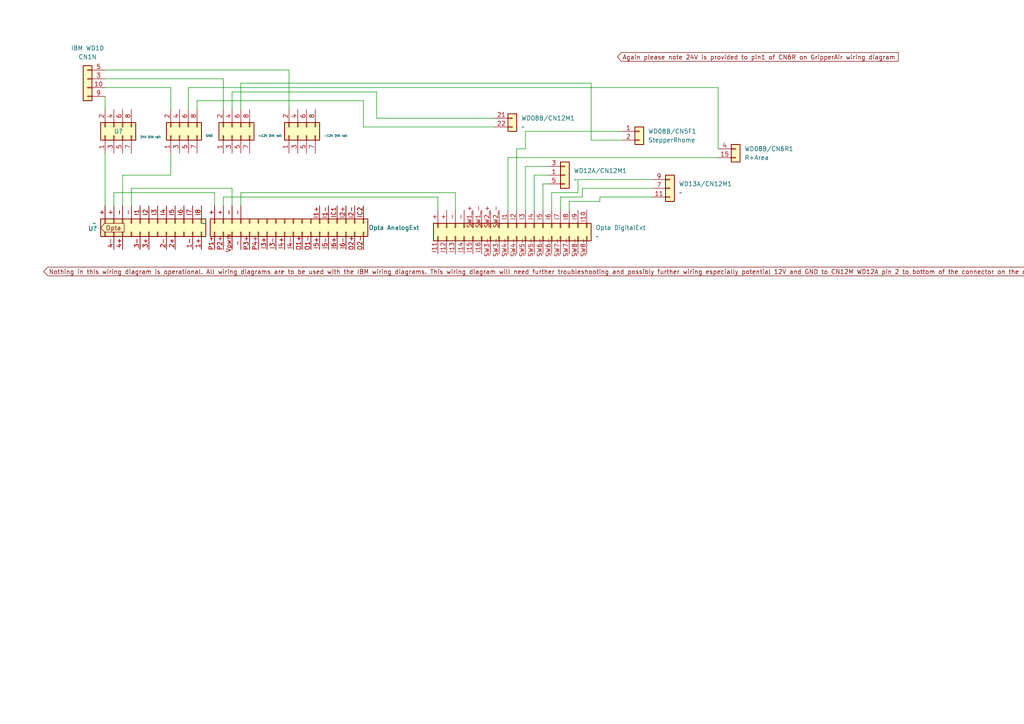
<source format=kicad_sch>
(kicad_sch
	(version 20231120)
	(generator "eeschema")
	(generator_version "8.0")
	(uuid "91c36254-6496-40d6-aa81-5485d6fad432")
	(paper "A4")
	(lib_symbols
		(symbol "Conn_01x02_1"
			(pin_names
				(offset 1.016) hide)
			(exclude_from_sim no)
			(in_bom yes)
			(on_board yes)
			(property "Reference" "WD08B/CN5F"
				(at 0 2.54 0)
				(effects
					(font
						(size 1.27 1.27)
					)
				)
			)
			(property "Value" "Conn_01x02"
				(at 0 -5.08 0)
				(effects
					(font
						(size 1.27 1.27)
					)
				)
			)
			(property "Footprint" ""
				(at 0 0 0)
				(effects
					(font
						(size 1.27 1.27)
					)
					(hide yes)
				)
			)
			(property "Datasheet" "~"
				(at 0 0 0)
				(effects
					(font
						(size 1.27 1.27)
					)
					(hide yes)
				)
			)
			(property "Description" "Generic connector, single row, 01x02, script generated (kicad-library-utils/schlib/autogen/connector/)"
				(at 0 0 0)
				(effects
					(font
						(size 1.27 1.27)
					)
					(hide yes)
				)
			)
			(property "ki_keywords" "connector"
				(at 0 0 0)
				(effects
					(font
						(size 1.27 1.27)
					)
					(hide yes)
				)
			)
			(property "ki_fp_filters" "Connector*:*_1x??_*"
				(at 0 0 0)
				(effects
					(font
						(size 1.27 1.27)
					)
					(hide yes)
				)
			)
			(symbol "Conn_01x02_1_1_1"
				(rectangle
					(start -1.27 -2.413)
					(end 0 -2.667)
					(stroke
						(width 0.1524)
						(type default)
					)
					(fill
						(type none)
					)
				)
				(rectangle
					(start -1.27 0.127)
					(end 0 -0.127)
					(stroke
						(width 0.1524)
						(type default)
					)
					(fill
						(type none)
					)
				)
				(rectangle
					(start -1.27 1.27)
					(end 1.27 -3.81)
					(stroke
						(width 0.254)
						(type default)
					)
					(fill
						(type background)
					)
				)
				(pin passive line
					(at -5.08 0 0)
					(length 3.81)
					(name "Pin_1"
						(effects
							(font
								(size 1.27 1.27)
							)
						)
					)
					(number "1"
						(effects
							(font
								(size 1.27 1.27)
							)
						)
					)
				)
				(pin passive line
					(at -5.08 -2.54 0)
					(length 3.81)
					(name "Pin_2"
						(effects
							(font
								(size 1.27 1.27)
							)
						)
					)
					(number "2"
						(effects
							(font
								(size 1.27 1.27)
							)
						)
					)
				)
			)
		)
		(symbol "Conn_01x02_2"
			(pin_names
				(offset 1.016) hide)
			(exclude_from_sim no)
			(in_bom yes)
			(on_board yes)
			(property "Reference" "WD08B/CN6R"
				(at 0 2.54 0)
				(effects
					(font
						(size 1.27 1.27)
					)
				)
			)
			(property "Value" "Conn_01x02"
				(at 0 -5.08 0)
				(effects
					(font
						(size 1.27 1.27)
					)
				)
			)
			(property "Footprint" ""
				(at 0 0 0)
				(effects
					(font
						(size 1.27 1.27)
					)
					(hide yes)
				)
			)
			(property "Datasheet" "~"
				(at 0 0 0)
				(effects
					(font
						(size 1.27 1.27)
					)
					(hide yes)
				)
			)
			(property "Description" "Generic connector, single row, 01x02, script generated (kicad-library-utils/schlib/autogen/connector/)"
				(at 0 0 0)
				(effects
					(font
						(size 1.27 1.27)
					)
					(hide yes)
				)
			)
			(property "ki_keywords" "connector"
				(at 0 0 0)
				(effects
					(font
						(size 1.27 1.27)
					)
					(hide yes)
				)
			)
			(property "ki_fp_filters" "Connector*:*_1x??_*"
				(at 0 0 0)
				(effects
					(font
						(size 1.27 1.27)
					)
					(hide yes)
				)
			)
			(symbol "Conn_01x02_2_1_1"
				(rectangle
					(start -1.27 -2.413)
					(end 0 -2.667)
					(stroke
						(width 0.1524)
						(type default)
					)
					(fill
						(type none)
					)
				)
				(rectangle
					(start -1.27 0.127)
					(end 0 -0.127)
					(stroke
						(width 0.1524)
						(type default)
					)
					(fill
						(type none)
					)
				)
				(rectangle
					(start -1.27 1.27)
					(end 1.27 -3.81)
					(stroke
						(width 0.254)
						(type default)
					)
					(fill
						(type background)
					)
				)
				(pin passive line
					(at -5.08 -2.54 0)
					(length 3.81)
					(name "Pin_2"
						(effects
							(font
								(size 1.27 1.27)
							)
						)
					)
					(number "15"
						(effects
							(font
								(size 1.27 1.27)
							)
						)
					)
				)
				(pin passive line
					(at -5.08 0 0)
					(length 3.81)
					(name "Pin_1"
						(effects
							(font
								(size 1.27 1.27)
							)
						)
					)
					(number "4"
						(effects
							(font
								(size 1.27 1.27)
							)
						)
					)
				)
			)
		)
		(symbol "Conn_01x03_1"
			(pin_names
				(offset 1.016) hide)
			(exclude_from_sim no)
			(in_bom yes)
			(on_board yes)
			(property "Reference" "WD13A/CN12M"
				(at 0 5.08 0)
				(effects
					(font
						(size 1.27 1.27)
					)
				)
			)
			(property "Value" "Conn_01x03"
				(at 0 -5.08 0)
				(effects
					(font
						(size 1.27 1.27)
					)
				)
			)
			(property "Footprint" ""
				(at 0 0 0)
				(effects
					(font
						(size 1.27 1.27)
					)
					(hide yes)
				)
			)
			(property "Datasheet" "~"
				(at 0 0 0)
				(effects
					(font
						(size 1.27 1.27)
					)
					(hide yes)
				)
			)
			(property "Description" "Generic connector, single row, 01x03, script generated (kicad-library-utils/schlib/autogen/connector/)"
				(at 0 0 0)
				(effects
					(font
						(size 1.27 1.27)
					)
					(hide yes)
				)
			)
			(property "ki_keywords" "connector"
				(at 0 0 0)
				(effects
					(font
						(size 1.27 1.27)
					)
					(hide yes)
				)
			)
			(property "ki_fp_filters" "Connector*:*_1x??_*"
				(at 0 0 0)
				(effects
					(font
						(size 1.27 1.27)
					)
					(hide yes)
				)
			)
			(symbol "Conn_01x03_1_1_1"
				(rectangle
					(start -1.27 -2.413)
					(end 0 -2.667)
					(stroke
						(width 0.1524)
						(type default)
					)
					(fill
						(type none)
					)
				)
				(rectangle
					(start -1.27 0.127)
					(end 0 -0.127)
					(stroke
						(width 0.1524)
						(type default)
					)
					(fill
						(type none)
					)
				)
				(rectangle
					(start -1.27 2.667)
					(end 0 2.413)
					(stroke
						(width 0.1524)
						(type default)
					)
					(fill
						(type none)
					)
				)
				(rectangle
					(start -1.27 3.81)
					(end 1.27 -3.81)
					(stroke
						(width 0.254)
						(type default)
					)
					(fill
						(type background)
					)
				)
				(pin passive line
					(at -5.08 -2.54 0)
					(length 3.81)
					(name "Pin_3"
						(effects
							(font
								(size 1.27 1.27)
							)
						)
					)
					(number "11"
						(effects
							(font
								(size 1.27 1.27)
							)
						)
					)
				)
				(pin passive line
					(at -5.08 0 0)
					(length 3.81)
					(name "Pin_2"
						(effects
							(font
								(size 1.27 1.27)
							)
						)
					)
					(number "7"
						(effects
							(font
								(size 1.27 1.27)
							)
						)
					)
				)
				(pin passive line
					(at -5.08 2.54 0)
					(length 3.81)
					(name "Pin_1"
						(effects
							(font
								(size 1.27 1.27)
							)
						)
					)
					(number "9"
						(effects
							(font
								(size 1.27 1.27)
							)
						)
					)
				)
			)
		)
		(symbol "Conn_02x04_Odd_Even_1"
			(pin_names
				(offset 1.016) hide)
			(exclude_from_sim no)
			(in_bom yes)
			(on_board yes)
			(property "Reference" ""
				(at 2.5401 -7.62 90)
				(effects
					(font
						(size 1.27 1.27)
					)
					(justify right)
				)
			)
			(property "Value" "GND"
				(at 0.0001 -7.62 90)
				(effects
					(font
						(size 1.27 1.27)
					)
					(justify right)
				)
			)
			(property "Footprint" ""
				(at 0 0 0)
				(effects
					(font
						(size 1.27 1.27)
					)
					(hide yes)
				)
			)
			(property "Datasheet" "~"
				(at 0 0 0)
				(effects
					(font
						(size 1.27 1.27)
					)
					(hide yes)
				)
			)
			(property "Description" "Generic connector, double row, 02x04, odd/even pin numbering scheme (row 1 odd numbers, row 2 even numbers), script generated (kicad-library-utils/schlib/autogen/connector/)"
				(at 0 0 0)
				(effects
					(font
						(size 1.27 1.27)
					)
					(hide yes)
				)
			)
			(property "ki_keywords" "connector"
				(at 0 0 0)
				(effects
					(font
						(size 1.27 1.27)
					)
					(hide yes)
				)
			)
			(property "ki_fp_filters" "Connector*:*_2x??_*"
				(at 0 0 0)
				(effects
					(font
						(size 1.27 1.27)
					)
					(hide yes)
				)
			)
			(symbol "Conn_02x04_Odd_Even_1_1_1"
				(rectangle
					(start -1.27 -4.953)
					(end 0 -5.207)
					(stroke
						(width 0.1524)
						(type default)
					)
					(fill
						(type none)
					)
				)
				(rectangle
					(start -1.27 -2.413)
					(end 0 -2.667)
					(stroke
						(width 0.1524)
						(type default)
					)
					(fill
						(type none)
					)
				)
				(rectangle
					(start -1.27 0.127)
					(end 0 -0.127)
					(stroke
						(width 0.1524)
						(type default)
					)
					(fill
						(type none)
					)
				)
				(rectangle
					(start -1.27 2.667)
					(end 0 2.413)
					(stroke
						(width 0.1524)
						(type default)
					)
					(fill
						(type none)
					)
				)
				(rectangle
					(start -1.27 3.81)
					(end 3.81 -6.35)
					(stroke
						(width 0.254)
						(type default)
					)
					(fill
						(type background)
					)
				)
				(rectangle
					(start 3.81 -4.953)
					(end 2.54 -5.207)
					(stroke
						(width 0.1524)
						(type default)
					)
					(fill
						(type none)
					)
				)
				(rectangle
					(start 3.81 -2.413)
					(end 2.54 -2.667)
					(stroke
						(width 0.1524)
						(type default)
					)
					(fill
						(type none)
					)
				)
				(rectangle
					(start 3.81 0.127)
					(end 2.54 -0.127)
					(stroke
						(width 0.1524)
						(type default)
					)
					(fill
						(type none)
					)
				)
				(rectangle
					(start 3.81 2.667)
					(end 2.54 2.413)
					(stroke
						(width 0.1524)
						(type default)
					)
					(fill
						(type none)
					)
				)
				(pin passive line
					(at -5.08 2.54 0)
					(length 3.81)
					(name "Pin_1"
						(effects
							(font
								(size 1.27 1.27)
							)
						)
					)
					(number "1"
						(effects
							(font
								(size 1.27 1.27)
							)
						)
					)
				)
				(pin passive line
					(at 7.62 2.54 180)
					(length 3.81)
					(name "Pin_2"
						(effects
							(font
								(size 1.27 1.27)
							)
						)
					)
					(number "2"
						(effects
							(font
								(size 1.27 1.27)
							)
						)
					)
				)
				(pin passive line
					(at -5.08 0 0)
					(length 3.81)
					(name "Pin_3"
						(effects
							(font
								(size 1.27 1.27)
							)
						)
					)
					(number "3"
						(effects
							(font
								(size 1.27 1.27)
							)
						)
					)
				)
				(pin passive line
					(at 7.62 0 180)
					(length 3.81)
					(name "Pin_4"
						(effects
							(font
								(size 1.27 1.27)
							)
						)
					)
					(number "4"
						(effects
							(font
								(size 1.27 1.27)
							)
						)
					)
				)
				(pin passive line
					(at -5.08 -2.54 0)
					(length 3.81)
					(name "Pin_5"
						(effects
							(font
								(size 1.27 1.27)
							)
						)
					)
					(number "5"
						(effects
							(font
								(size 1.27 1.27)
							)
						)
					)
				)
				(pin passive line
					(at 7.62 -2.54 180)
					(length 3.81)
					(name "Pin_6"
						(effects
							(font
								(size 1.27 1.27)
							)
						)
					)
					(number "6"
						(effects
							(font
								(size 1.27 1.27)
							)
						)
					)
				)
				(pin passive line
					(at -5.08 -5.08 0)
					(length 3.81)
					(name "Pin_7"
						(effects
							(font
								(size 1.27 1.27)
							)
						)
					)
					(number "7"
						(effects
							(font
								(size 1.27 1.27)
							)
						)
					)
				)
				(pin passive line
					(at 7.62 -5.08 180)
					(length 3.81)
					(name "Pin_8"
						(effects
							(font
								(size 1.27 1.27)
							)
						)
					)
					(number "8"
						(effects
							(font
								(size 1.27 1.27)
							)
						)
					)
				)
			)
		)
		(symbol "Conn_02x04_Odd_Even_2"
			(pin_names
				(offset 1.016) hide)
			(exclude_from_sim no)
			(in_bom yes)
			(on_board yes)
			(property "Reference" ""
				(at 2.5401 -7.62 90)
				(effects
					(font
						(size 1.27 1.27)
					)
					(justify right)
				)
			)
			(property "Value" "+12V DIN rail"
				(at 0.0001 -7.62 90)
				(effects
					(font
						(size 1.27 1.27)
					)
					(justify right)
				)
			)
			(property "Footprint" ""
				(at 0 0 0)
				(effects
					(font
						(size 1.27 1.27)
					)
					(hide yes)
				)
			)
			(property "Datasheet" "~"
				(at 0 0 0)
				(effects
					(font
						(size 1.27 1.27)
					)
					(hide yes)
				)
			)
			(property "Description" "Generic connector, double row, 02x04, odd/even pin numbering scheme (row 1 odd numbers, row 2 even numbers), script generated (kicad-library-utils/schlib/autogen/connector/)"
				(at 0 0 0)
				(effects
					(font
						(size 1.27 1.27)
					)
					(hide yes)
				)
			)
			(property "ki_keywords" "connector"
				(at 0 0 0)
				(effects
					(font
						(size 1.27 1.27)
					)
					(hide yes)
				)
			)
			(property "ki_fp_filters" "Connector*:*_2x??_*"
				(at 0 0 0)
				(effects
					(font
						(size 1.27 1.27)
					)
					(hide yes)
				)
			)
			(symbol "Conn_02x04_Odd_Even_2_1_1"
				(rectangle
					(start -1.27 -4.953)
					(end 0 -5.207)
					(stroke
						(width 0.1524)
						(type default)
					)
					(fill
						(type none)
					)
				)
				(rectangle
					(start -1.27 -2.413)
					(end 0 -2.667)
					(stroke
						(width 0.1524)
						(type default)
					)
					(fill
						(type none)
					)
				)
				(rectangle
					(start -1.27 0.127)
					(end 0 -0.127)
					(stroke
						(width 0.1524)
						(type default)
					)
					(fill
						(type none)
					)
				)
				(rectangle
					(start -1.27 2.667)
					(end 0 2.413)
					(stroke
						(width 0.1524)
						(type default)
					)
					(fill
						(type none)
					)
				)
				(rectangle
					(start -1.27 3.81)
					(end 3.81 -6.35)
					(stroke
						(width 0.254)
						(type default)
					)
					(fill
						(type background)
					)
				)
				(rectangle
					(start 3.81 -4.953)
					(end 2.54 -5.207)
					(stroke
						(width 0.1524)
						(type default)
					)
					(fill
						(type none)
					)
				)
				(rectangle
					(start 3.81 -2.413)
					(end 2.54 -2.667)
					(stroke
						(width 0.1524)
						(type default)
					)
					(fill
						(type none)
					)
				)
				(rectangle
					(start 3.81 0.127)
					(end 2.54 -0.127)
					(stroke
						(width 0.1524)
						(type default)
					)
					(fill
						(type none)
					)
				)
				(rectangle
					(start 3.81 2.667)
					(end 2.54 2.413)
					(stroke
						(width 0.1524)
						(type default)
					)
					(fill
						(type none)
					)
				)
				(pin passive line
					(at -5.08 2.54 0)
					(length 3.81)
					(name "Pin_1"
						(effects
							(font
								(size 1.27 1.27)
							)
						)
					)
					(number "1"
						(effects
							(font
								(size 1.27 1.27)
							)
						)
					)
				)
				(pin passive line
					(at 7.62 2.54 180)
					(length 3.81)
					(name "Pin_2"
						(effects
							(font
								(size 1.27 1.27)
							)
						)
					)
					(number "2"
						(effects
							(font
								(size 1.27 1.27)
							)
						)
					)
				)
				(pin passive line
					(at -5.08 0 0)
					(length 3.81)
					(name "Pin_3"
						(effects
							(font
								(size 1.27 1.27)
							)
						)
					)
					(number "3"
						(effects
							(font
								(size 1.27 1.27)
							)
						)
					)
				)
				(pin passive line
					(at 7.62 0 180)
					(length 3.81)
					(name "Pin_4"
						(effects
							(font
								(size 1.27 1.27)
							)
						)
					)
					(number "4"
						(effects
							(font
								(size 1.27 1.27)
							)
						)
					)
				)
				(pin passive line
					(at -5.08 -2.54 0)
					(length 3.81)
					(name "Pin_5"
						(effects
							(font
								(size 1.27 1.27)
							)
						)
					)
					(number "5"
						(effects
							(font
								(size 1.27 1.27)
							)
						)
					)
				)
				(pin passive line
					(at 7.62 -2.54 180)
					(length 3.81)
					(name "Pin_6"
						(effects
							(font
								(size 1.27 1.27)
							)
						)
					)
					(number "6"
						(effects
							(font
								(size 1.27 1.27)
							)
						)
					)
				)
				(pin passive line
					(at -5.08 -5.08 0)
					(length 3.81)
					(name "Pin_7"
						(effects
							(font
								(size 1.27 1.27)
							)
						)
					)
					(number "7"
						(effects
							(font
								(size 1.27 1.27)
							)
						)
					)
				)
				(pin passive line
					(at 7.62 -5.08 180)
					(length 3.81)
					(name "Pin_8"
						(effects
							(font
								(size 1.27 1.27)
							)
						)
					)
					(number "8"
						(effects
							(font
								(size 1.27 1.27)
							)
						)
					)
				)
			)
		)
		(symbol "Conn_02x04_Odd_Even_3"
			(pin_names
				(offset 1.016) hide)
			(exclude_from_sim no)
			(in_bom yes)
			(on_board yes)
			(property "Reference" "-12V"
				(at 2.5401 -7.62 90)
				(effects
					(font
						(size 1.27 1.27)
					)
					(justify right)
				)
			)
			(property "Value" "-12V DIN rail"
				(at 0.0001 -7.62 90)
				(effects
					(font
						(size 1.27 1.27)
					)
					(justify right)
				)
			)
			(property "Footprint" ""
				(at 0 0 0)
				(effects
					(font
						(size 1.27 1.27)
					)
					(hide yes)
				)
			)
			(property "Datasheet" "~"
				(at 0 0 0)
				(effects
					(font
						(size 1.27 1.27)
					)
					(hide yes)
				)
			)
			(property "Description" "Generic connector, double row, 02x04, odd/even pin numbering scheme (row 1 odd numbers, row 2 even numbers), script generated (kicad-library-utils/schlib/autogen/connector/)"
				(at 0 0 0)
				(effects
					(font
						(size 1.27 1.27)
					)
					(hide yes)
				)
			)
			(property "ki_keywords" "connector"
				(at 0 0 0)
				(effects
					(font
						(size 1.27 1.27)
					)
					(hide yes)
				)
			)
			(property "ki_fp_filters" "Connector*:*_2x??_*"
				(at 0 0 0)
				(effects
					(font
						(size 1.27 1.27)
					)
					(hide yes)
				)
			)
			(symbol "Conn_02x04_Odd_Even_3_1_1"
				(rectangle
					(start -1.27 -4.953)
					(end 0 -5.207)
					(stroke
						(width 0.1524)
						(type default)
					)
					(fill
						(type none)
					)
				)
				(rectangle
					(start -1.27 -2.413)
					(end 0 -2.667)
					(stroke
						(width 0.1524)
						(type default)
					)
					(fill
						(type none)
					)
				)
				(rectangle
					(start -1.27 0.127)
					(end 0 -0.127)
					(stroke
						(width 0.1524)
						(type default)
					)
					(fill
						(type none)
					)
				)
				(rectangle
					(start -1.27 2.667)
					(end 0 2.413)
					(stroke
						(width 0.1524)
						(type default)
					)
					(fill
						(type none)
					)
				)
				(rectangle
					(start -1.27 3.81)
					(end 3.81 -6.35)
					(stroke
						(width 0.254)
						(type default)
					)
					(fill
						(type background)
					)
				)
				(rectangle
					(start 3.81 -4.953)
					(end 2.54 -5.207)
					(stroke
						(width 0.1524)
						(type default)
					)
					(fill
						(type none)
					)
				)
				(rectangle
					(start 3.81 -2.413)
					(end 2.54 -2.667)
					(stroke
						(width 0.1524)
						(type default)
					)
					(fill
						(type none)
					)
				)
				(rectangle
					(start 3.81 0.127)
					(end 2.54 -0.127)
					(stroke
						(width 0.1524)
						(type default)
					)
					(fill
						(type none)
					)
				)
				(rectangle
					(start 3.81 2.667)
					(end 2.54 2.413)
					(stroke
						(width 0.1524)
						(type default)
					)
					(fill
						(type none)
					)
				)
				(pin passive line
					(at -5.08 2.54 0)
					(length 3.81)
					(name "Pin_1"
						(effects
							(font
								(size 1.27 1.27)
							)
						)
					)
					(number "1"
						(effects
							(font
								(size 1.27 1.27)
							)
						)
					)
				)
				(pin passive line
					(at 7.62 2.54 180)
					(length 3.81)
					(name "Pin_2"
						(effects
							(font
								(size 1.27 1.27)
							)
						)
					)
					(number "2"
						(effects
							(font
								(size 1.27 1.27)
							)
						)
					)
				)
				(pin passive line
					(at -5.08 0 0)
					(length 3.81)
					(name "Pin_3"
						(effects
							(font
								(size 1.27 1.27)
							)
						)
					)
					(number "3"
						(effects
							(font
								(size 1.27 1.27)
							)
						)
					)
				)
				(pin passive line
					(at 7.62 0 180)
					(length 3.81)
					(name "Pin_4"
						(effects
							(font
								(size 1.27 1.27)
							)
						)
					)
					(number "4"
						(effects
							(font
								(size 1.27 1.27)
							)
						)
					)
				)
				(pin passive line
					(at -5.08 -2.54 0)
					(length 3.81)
					(name "Pin_5"
						(effects
							(font
								(size 1.27 1.27)
							)
						)
					)
					(number "5"
						(effects
							(font
								(size 1.27 1.27)
							)
						)
					)
				)
				(pin passive line
					(at 7.62 -2.54 180)
					(length 3.81)
					(name "Pin_6"
						(effects
							(font
								(size 1.27 1.27)
							)
						)
					)
					(number "6"
						(effects
							(font
								(size 1.27 1.27)
							)
						)
					)
				)
				(pin passive line
					(at -5.08 -5.08 0)
					(length 3.81)
					(name "Pin_7"
						(effects
							(font
								(size 1.27 1.27)
							)
						)
					)
					(number "7"
						(effects
							(font
								(size 1.27 1.27)
							)
						)
					)
				)
				(pin passive line
					(at 7.62 -5.08 180)
					(length 3.81)
					(name "Pin_8"
						(effects
							(font
								(size 1.27 1.27)
							)
						)
					)
					(number "8"
						(effects
							(font
								(size 1.27 1.27)
							)
						)
					)
				)
			)
		)
		(symbol "Conn_02x18_Odd_Even_1"
			(pin_names
				(offset 1.016) hide)
			(exclude_from_sim no)
			(in_bom yes)
			(on_board yes)
			(property "Reference" "J1"
				(at -0.0001 -25.4 90)
				(effects
					(font
						(size 1.27 1.27)
					)
					(justify right)
				)
			)
			(property "Value" "Conn_02x18_Odd_Even"
				(at 2.5399 -25.4 90)
				(effects
					(font
						(size 1.27 1.27)
					)
					(justify right)
				)
			)
			(property "Footprint" ""
				(at 0 0 0)
				(effects
					(font
						(size 1.27 1.27)
					)
					(hide yes)
				)
			)
			(property "Datasheet" "~"
				(at 0 0 0)
				(effects
					(font
						(size 1.27 1.27)
					)
					(hide yes)
				)
			)
			(property "Description" "Generic connector, double row, 02x18, odd/even pin numbering scheme (row 1 odd numbers, row 2 even numbers), script generated (kicad-library-utils/schlib/autogen/connector/)"
				(at 0 0 0)
				(effects
					(font
						(size 1.27 1.27)
					)
					(hide yes)
				)
			)
			(property "ki_keywords" "connector"
				(at 0 0 0)
				(effects
					(font
						(size 1.27 1.27)
					)
					(hide yes)
				)
			)
			(property "ki_fp_filters" "Connector*:*_2x??_*"
				(at 0 0 0)
				(effects
					(font
						(size 1.27 1.27)
					)
					(hide yes)
				)
			)
			(symbol "Conn_02x18_Odd_Even_1_1_1"
				(rectangle
					(start -1.27 -22.733)
					(end 0 -22.987)
					(stroke
						(width 0.1524)
						(type default)
					)
					(fill
						(type none)
					)
				)
				(rectangle
					(start -1.27 -20.193)
					(end 0 -20.447)
					(stroke
						(width 0.1524)
						(type default)
					)
					(fill
						(type none)
					)
				)
				(rectangle
					(start -1.27 -17.653)
					(end 0 -17.907)
					(stroke
						(width 0.1524)
						(type default)
					)
					(fill
						(type none)
					)
				)
				(rectangle
					(start -1.27 -15.113)
					(end 0 -15.367)
					(stroke
						(width 0.1524)
						(type default)
					)
					(fill
						(type none)
					)
				)
				(rectangle
					(start -1.27 -12.573)
					(end 0 -12.827)
					(stroke
						(width 0.1524)
						(type default)
					)
					(fill
						(type none)
					)
				)
				(rectangle
					(start -1.27 -10.033)
					(end 0 -10.287)
					(stroke
						(width 0.1524)
						(type default)
					)
					(fill
						(type none)
					)
				)
				(rectangle
					(start -1.27 -7.493)
					(end 0 -7.747)
					(stroke
						(width 0.1524)
						(type default)
					)
					(fill
						(type none)
					)
				)
				(rectangle
					(start -1.27 -4.953)
					(end 0 -5.207)
					(stroke
						(width 0.1524)
						(type default)
					)
					(fill
						(type none)
					)
				)
				(rectangle
					(start -1.27 -2.413)
					(end 0 -2.667)
					(stroke
						(width 0.1524)
						(type default)
					)
					(fill
						(type none)
					)
				)
				(rectangle
					(start -1.27 0.127)
					(end 0 -0.127)
					(stroke
						(width 0.1524)
						(type default)
					)
					(fill
						(type none)
					)
				)
				(rectangle
					(start -1.27 2.667)
					(end 0 2.413)
					(stroke
						(width 0.1524)
						(type default)
					)
					(fill
						(type none)
					)
				)
				(rectangle
					(start -1.27 5.207)
					(end 0 4.953)
					(stroke
						(width 0.1524)
						(type default)
					)
					(fill
						(type none)
					)
				)
				(rectangle
					(start -1.27 7.747)
					(end 0 7.493)
					(stroke
						(width 0.1524)
						(type default)
					)
					(fill
						(type none)
					)
				)
				(rectangle
					(start -1.27 10.287)
					(end 0 10.033)
					(stroke
						(width 0.1524)
						(type default)
					)
					(fill
						(type none)
					)
				)
				(rectangle
					(start -1.27 12.827)
					(end 0 12.573)
					(stroke
						(width 0.1524)
						(type default)
					)
					(fill
						(type none)
					)
				)
				(rectangle
					(start -1.27 15.367)
					(end 0 15.113)
					(stroke
						(width 0.1524)
						(type default)
					)
					(fill
						(type none)
					)
				)
				(rectangle
					(start -1.27 17.907)
					(end 0 17.653)
					(stroke
						(width 0.1524)
						(type default)
					)
					(fill
						(type none)
					)
				)
				(rectangle
					(start -1.27 20.447)
					(end 0 20.193)
					(stroke
						(width 0.1524)
						(type default)
					)
					(fill
						(type none)
					)
				)
				(rectangle
					(start -1.27 21.59)
					(end 3.81 -24.13)
					(stroke
						(width 0.254)
						(type default)
					)
					(fill
						(type background)
					)
				)
				(rectangle
					(start 3.81 -22.733)
					(end 2.54 -22.987)
					(stroke
						(width 0.1524)
						(type default)
					)
					(fill
						(type none)
					)
				)
				(rectangle
					(start 3.81 -20.193)
					(end 2.54 -20.447)
					(stroke
						(width 0.1524)
						(type default)
					)
					(fill
						(type none)
					)
				)
				(rectangle
					(start 3.81 -17.653)
					(end 2.54 -17.907)
					(stroke
						(width 0.1524)
						(type default)
					)
					(fill
						(type none)
					)
				)
				(rectangle
					(start 3.81 -15.113)
					(end 2.54 -15.367)
					(stroke
						(width 0.1524)
						(type default)
					)
					(fill
						(type none)
					)
				)
				(rectangle
					(start 3.81 -12.573)
					(end 2.54 -12.827)
					(stroke
						(width 0.1524)
						(type default)
					)
					(fill
						(type none)
					)
				)
				(rectangle
					(start 3.81 -10.033)
					(end 2.54 -10.287)
					(stroke
						(width 0.1524)
						(type default)
					)
					(fill
						(type none)
					)
				)
				(rectangle
					(start 3.81 -7.493)
					(end 2.54 -7.747)
					(stroke
						(width 0.1524)
						(type default)
					)
					(fill
						(type none)
					)
				)
				(rectangle
					(start 3.81 -4.953)
					(end 2.54 -5.207)
					(stroke
						(width 0.1524)
						(type default)
					)
					(fill
						(type none)
					)
				)
				(rectangle
					(start 3.81 -2.413)
					(end 2.54 -2.667)
					(stroke
						(width 0.1524)
						(type default)
					)
					(fill
						(type none)
					)
				)
				(rectangle
					(start 3.81 0.127)
					(end 2.54 -0.127)
					(stroke
						(width 0.1524)
						(type default)
					)
					(fill
						(type none)
					)
				)
				(rectangle
					(start 3.81 2.667)
					(end 2.54 2.413)
					(stroke
						(width 0.1524)
						(type default)
					)
					(fill
						(type none)
					)
				)
				(rectangle
					(start 3.81 5.207)
					(end 2.54 4.953)
					(stroke
						(width 0.1524)
						(type default)
					)
					(fill
						(type none)
					)
				)
				(rectangle
					(start 3.81 7.747)
					(end 2.54 7.493)
					(stroke
						(width 0.1524)
						(type default)
					)
					(fill
						(type none)
					)
				)
				(rectangle
					(start 3.81 10.287)
					(end 2.54 10.033)
					(stroke
						(width 0.1524)
						(type default)
					)
					(fill
						(type none)
					)
				)
				(rectangle
					(start 3.81 12.827)
					(end 2.54 12.573)
					(stroke
						(width 0.1524)
						(type default)
					)
					(fill
						(type none)
					)
				)
				(rectangle
					(start 3.81 15.367)
					(end 2.54 15.113)
					(stroke
						(width 0.1524)
						(type default)
					)
					(fill
						(type none)
					)
				)
				(rectangle
					(start 3.81 17.907)
					(end 2.54 17.653)
					(stroke
						(width 0.1524)
						(type default)
					)
					(fill
						(type none)
					)
				)
				(rectangle
					(start 3.81 20.447)
					(end 2.54 20.193)
					(stroke
						(width 0.1524)
						(type default)
					)
					(fill
						(type none)
					)
				)
				(pin passive line
					(at -5.08 20.32 0)
					(length 3.81)
					(name "Pin_1"
						(effects
							(font
								(size 1.27 1.27)
							)
						)
					)
					(number "+"
						(effects
							(font
								(size 1.27 1.27)
							)
						)
					)
				)
				(pin passive line
					(at -5.08 17.78 0)
					(length 3.81)
					(name "Pin_3"
						(effects
							(font
								(size 1.27 1.27)
							)
						)
					)
					(number "+"
						(effects
							(font
								(size 1.27 1.27)
							)
						)
					)
				)
				(pin passive line
					(at -5.08 15.24 0)
					(length 3.81)
					(name "Pin_5"
						(effects
							(font
								(size 1.27 1.27)
							)
						)
					)
					(number "-"
						(effects
							(font
								(size 1.27 1.27)
							)
						)
					)
				)
				(pin passive line
					(at -5.08 12.7 0)
					(length 3.81)
					(name "Pin_7"
						(effects
							(font
								(size 1.27 1.27)
							)
						)
					)
					(number "-"
						(effects
							(font
								(size 1.27 1.27)
							)
						)
					)
				)
				(pin passive line
					(at -5.08 0 0)
					(length 3.81)
					(name "Pin_17"
						(effects
							(font
								(size 1.27 1.27)
							)
						)
					)
					(number "I1"
						(effects
							(font
								(size 1.27 1.27)
							)
						)
					)
				)
				(pin passive line
					(at -5.08 -22.86 0)
					(length 3.81)
					(name "Pin_35"
						(effects
							(font
								(size 1.27 1.27)
							)
						)
					)
					(number "I10"
						(effects
							(font
								(size 1.27 1.27)
							)
						)
					)
				)
				(pin passive line
					(at 7.62 20.32 180)
					(length 3.81)
					(name "Pin_2"
						(effects
							(font
								(size 1.27 1.27)
							)
						)
					)
					(number "I11"
						(effects
							(font
								(size 1.27 1.27)
							)
						)
					)
				)
				(pin passive line
					(at 7.62 17.78 180)
					(length 3.81)
					(name "Pin_4"
						(effects
							(font
								(size 1.27 1.27)
							)
						)
					)
					(number "I12"
						(effects
							(font
								(size 1.27 1.27)
							)
						)
					)
				)
				(pin passive line
					(at 7.62 15.24 180)
					(length 3.81)
					(name "Pin_6"
						(effects
							(font
								(size 1.27 1.27)
							)
						)
					)
					(number "I13"
						(effects
							(font
								(size 1.27 1.27)
							)
						)
					)
				)
				(pin passive line
					(at 7.62 12.7 180)
					(length 3.81)
					(name "Pin_8"
						(effects
							(font
								(size 1.27 1.27)
							)
						)
					)
					(number "I14"
						(effects
							(font
								(size 1.27 1.27)
							)
						)
					)
				)
				(pin passive line
					(at 7.62 10.16 180)
					(length 3.81)
					(name "Pin_10"
						(effects
							(font
								(size 1.27 1.27)
							)
						)
					)
					(number "I15"
						(effects
							(font
								(size 1.27 1.27)
							)
						)
					)
				)
				(pin passive line
					(at 7.62 7.62 180)
					(length 3.81)
					(name "Pin_12"
						(effects
							(font
								(size 1.27 1.27)
							)
						)
					)
					(number "I16"
						(effects
							(font
								(size 1.27 1.27)
							)
						)
					)
				)
				(pin passive line
					(at -5.08 -2.54 0)
					(length 3.81)
					(name "Pin_19"
						(effects
							(font
								(size 1.27 1.27)
							)
						)
					)
					(number "I2"
						(effects
							(font
								(size 1.27 1.27)
							)
						)
					)
				)
				(pin passive line
					(at -5.08 -5.08 0)
					(length 3.81)
					(name "Pin_21"
						(effects
							(font
								(size 1.27 1.27)
							)
						)
					)
					(number "I3"
						(effects
							(font
								(size 1.27 1.27)
							)
						)
					)
				)
				(pin passive line
					(at -5.08 -7.62 0)
					(length 3.81)
					(name "Pin_23"
						(effects
							(font
								(size 1.27 1.27)
							)
						)
					)
					(number "I4"
						(effects
							(font
								(size 1.27 1.27)
							)
						)
					)
				)
				(pin passive line
					(at -5.08 -10.16 0)
					(length 3.81)
					(name "Pin_25"
						(effects
							(font
								(size 1.27 1.27)
							)
						)
					)
					(number "I5"
						(effects
							(font
								(size 1.27 1.27)
							)
						)
					)
				)
				(pin passive line
					(at -5.08 -12.7 0)
					(length 3.81)
					(name "Pin_27"
						(effects
							(font
								(size 1.27 1.27)
							)
						)
					)
					(number "I6"
						(effects
							(font
								(size 1.27 1.27)
							)
						)
					)
				)
				(pin passive line
					(at -5.08 -15.24 0)
					(length 3.81)
					(name "Pin_29"
						(effects
							(font
								(size 1.27 1.27)
							)
						)
					)
					(number "I7"
						(effects
							(font
								(size 1.27 1.27)
							)
						)
					)
				)
				(pin passive line
					(at -5.08 -17.78 0)
					(length 3.81)
					(name "Pin_31"
						(effects
							(font
								(size 1.27 1.27)
							)
						)
					)
					(number "I8"
						(effects
							(font
								(size 1.27 1.27)
							)
						)
					)
				)
				(pin passive line
					(at -5.08 -20.32 0)
					(length 3.81)
					(name "Pin_33"
						(effects
							(font
								(size 1.27 1.27)
							)
						)
					)
					(number "I9"
						(effects
							(font
								(size 1.27 1.27)
							)
						)
					)
				)
				(pin passive line
					(at -5.08 10.16 0)
					(length 3.81)
					(name "Pin_9"
						(effects
							(font
								(size 1.27 1.27)
							)
						)
					)
					(number "SW1_+"
						(effects
							(font
								(size 1.27 1.27)
							)
						)
					)
				)
				(pin passive line
					(at -5.08 7.62 0)
					(length 3.81)
					(name "Pin_11"
						(effects
							(font
								(size 1.27 1.27)
							)
						)
					)
					(number "SW1_-"
						(effects
							(font
								(size 1.27 1.27)
							)
						)
					)
				)
				(pin passive line
					(at -5.08 5.08 0)
					(length 3.81)
					(name "Pin_13"
						(effects
							(font
								(size 1.27 1.27)
							)
						)
					)
					(number "SW2_+"
						(effects
							(font
								(size 1.27 1.27)
							)
						)
					)
				)
				(pin passive line
					(at -5.08 2.54 0)
					(length 3.81)
					(name "Pin_15"
						(effects
							(font
								(size 1.27 1.27)
							)
						)
					)
					(number "SW2_-"
						(effects
							(font
								(size 1.27 1.27)
							)
						)
					)
				)
				(pin passive line
					(at 7.62 5.08 180)
					(length 3.81)
					(name "Pin_14"
						(effects
							(font
								(size 1.27 1.27)
							)
						)
					)
					(number "SW3+"
						(effects
							(font
								(size 1.27 1.27)
							)
						)
					)
				)
				(pin passive line
					(at 7.62 2.54 180)
					(length 3.81)
					(name "Pin_16"
						(effects
							(font
								(size 1.27 1.27)
							)
						)
					)
					(number "SW3-"
						(effects
							(font
								(size 1.27 1.27)
							)
						)
					)
				)
				(pin passive line
					(at 7.62 0 180)
					(length 3.81)
					(name "Pin_18"
						(effects
							(font
								(size 1.27 1.27)
							)
						)
					)
					(number "SW4+"
						(effects
							(font
								(size 1.27 1.27)
							)
						)
					)
				)
				(pin passive line
					(at 7.62 -2.54 180)
					(length 3.81)
					(name "Pin_20"
						(effects
							(font
								(size 1.27 1.27)
							)
						)
					)
					(number "SW4-"
						(effects
							(font
								(size 1.27 1.27)
							)
						)
					)
				)
				(pin passive line
					(at 7.62 -5.08 180)
					(length 3.81)
					(name "Pin_22"
						(effects
							(font
								(size 1.27 1.27)
							)
						)
					)
					(number "SW5+"
						(effects
							(font
								(size 1.27 1.27)
							)
						)
					)
				)
				(pin passive line
					(at 7.62 -7.62 180)
					(length 3.81)
					(name "Pin_24"
						(effects
							(font
								(size 1.27 1.27)
							)
						)
					)
					(number "SW5-"
						(effects
							(font
								(size 1.27 1.27)
							)
						)
					)
				)
				(pin passive line
					(at 7.62 -10.16 180)
					(length 3.81)
					(name "Pin_26"
						(effects
							(font
								(size 1.27 1.27)
							)
						)
					)
					(number "SW6+"
						(effects
							(font
								(size 1.27 1.27)
							)
						)
					)
				)
				(pin passive line
					(at 7.62 -12.7 180)
					(length 3.81)
					(name "Pin_28"
						(effects
							(font
								(size 1.27 1.27)
							)
						)
					)
					(number "SW6-"
						(effects
							(font
								(size 1.27 1.27)
							)
						)
					)
				)
				(pin passive line
					(at 7.62 -15.24 180)
					(length 3.81)
					(name "Pin_30"
						(effects
							(font
								(size 1.27 1.27)
							)
						)
					)
					(number "SW7+"
						(effects
							(font
								(size 1.27 1.27)
							)
						)
					)
				)
				(pin passive line
					(at 7.62 -17.78 180)
					(length 3.81)
					(name "Pin_32"
						(effects
							(font
								(size 1.27 1.27)
							)
						)
					)
					(number "SW7-"
						(effects
							(font
								(size 1.27 1.27)
							)
						)
					)
				)
				(pin passive line
					(at 7.62 -20.32 180)
					(length 3.81)
					(name "Pin_34"
						(effects
							(font
								(size 1.27 1.27)
							)
						)
					)
					(number "SW8+"
						(effects
							(font
								(size 1.27 1.27)
							)
						)
					)
				)
				(pin passive line
					(at 7.62 -22.86 180)
					(length 3.81)
					(name "Pin_36"
						(effects
							(font
								(size 1.27 1.27)
							)
						)
					)
					(number "SW8-"
						(effects
							(font
								(size 1.27 1.27)
							)
						)
					)
				)
			)
		)
		(symbol "Connector_Generic:Conn_01x02"
			(pin_names
				(offset 1.016) hide)
			(exclude_from_sim no)
			(in_bom yes)
			(on_board yes)
			(property "Reference" "WD08B/CN12M"
				(at 0 2.54 0)
				(effects
					(font
						(size 1.27 1.27)
					)
				)
			)
			(property "Value" "Conn_01x02"
				(at 0 -5.08 0)
				(effects
					(font
						(size 1.27 1.27)
					)
				)
			)
			(property "Footprint" ""
				(at 0 0 0)
				(effects
					(font
						(size 1.27 1.27)
					)
					(hide yes)
				)
			)
			(property "Datasheet" "~"
				(at 0 0 0)
				(effects
					(font
						(size 1.27 1.27)
					)
					(hide yes)
				)
			)
			(property "Description" "Generic connector, single row, 01x02, script generated (kicad-library-utils/schlib/autogen/connector/)"
				(at 0 0 0)
				(effects
					(font
						(size 1.27 1.27)
					)
					(hide yes)
				)
			)
			(property "ki_keywords" "connector"
				(at 0 0 0)
				(effects
					(font
						(size 1.27 1.27)
					)
					(hide yes)
				)
			)
			(property "ki_fp_filters" "Connector*:*_1x??_*"
				(at 0 0 0)
				(effects
					(font
						(size 1.27 1.27)
					)
					(hide yes)
				)
			)
			(symbol "Conn_01x02_1_1"
				(rectangle
					(start -1.27 -2.413)
					(end 0 -2.667)
					(stroke
						(width 0.1524)
						(type default)
					)
					(fill
						(type none)
					)
				)
				(rectangle
					(start -1.27 0.127)
					(end 0 -0.127)
					(stroke
						(width 0.1524)
						(type default)
					)
					(fill
						(type none)
					)
				)
				(rectangle
					(start -1.27 1.27)
					(end 1.27 -3.81)
					(stroke
						(width 0.254)
						(type default)
					)
					(fill
						(type background)
					)
				)
				(pin passive line
					(at -5.08 0 0)
					(length 3.81)
					(name "Pin_1"
						(effects
							(font
								(size 1.27 1.27)
							)
						)
					)
					(number "21"
						(effects
							(font
								(size 1.27 1.27)
							)
						)
					)
				)
				(pin passive line
					(at -5.08 -2.54 0)
					(length 3.81)
					(name "Pin_2"
						(effects
							(font
								(size 1.27 1.27)
							)
						)
					)
					(number "22"
						(effects
							(font
								(size 1.27 1.27)
							)
						)
					)
				)
			)
		)
		(symbol "Connector_Generic:Conn_01x03"
			(pin_names
				(offset 1.016) hide)
			(exclude_from_sim no)
			(in_bom yes)
			(on_board yes)
			(property "Reference" "WD12A/CN12M"
				(at 0 5.08 0)
				(effects
					(font
						(size 1.27 1.27)
					)
				)
			)
			(property "Value" "Conn_01x03"
				(at 0 -5.08 0)
				(effects
					(font
						(size 1.27 1.27)
					)
				)
			)
			(property "Footprint" ""
				(at 0 0 0)
				(effects
					(font
						(size 1.27 1.27)
					)
					(hide yes)
				)
			)
			(property "Datasheet" "~"
				(at 0 0 0)
				(effects
					(font
						(size 1.27 1.27)
					)
					(hide yes)
				)
			)
			(property "Description" "Generic connector, single row, 01x03, script generated (kicad-library-utils/schlib/autogen/connector/)"
				(at 0 0 0)
				(effects
					(font
						(size 1.27 1.27)
					)
					(hide yes)
				)
			)
			(property "ki_keywords" "connector"
				(at 0 0 0)
				(effects
					(font
						(size 1.27 1.27)
					)
					(hide yes)
				)
			)
			(property "ki_fp_filters" "Connector*:*_1x??_*"
				(at 0 0 0)
				(effects
					(font
						(size 1.27 1.27)
					)
					(hide yes)
				)
			)
			(symbol "Conn_01x03_1_1"
				(rectangle
					(start -1.27 -2.413)
					(end 0 -2.667)
					(stroke
						(width 0.1524)
						(type default)
					)
					(fill
						(type none)
					)
				)
				(rectangle
					(start -1.27 0.127)
					(end 0 -0.127)
					(stroke
						(width 0.1524)
						(type default)
					)
					(fill
						(type none)
					)
				)
				(rectangle
					(start -1.27 2.667)
					(end 0 2.413)
					(stroke
						(width 0.1524)
						(type default)
					)
					(fill
						(type none)
					)
				)
				(rectangle
					(start -1.27 3.81)
					(end 1.27 -3.81)
					(stroke
						(width 0.254)
						(type default)
					)
					(fill
						(type background)
					)
				)
				(pin passive line
					(at -5.08 0 0)
					(length 3.81)
					(name "Pin_2"
						(effects
							(font
								(size 1.27 1.27)
							)
						)
					)
					(number "1"
						(effects
							(font
								(size 1.27 1.27)
							)
						)
					)
				)
				(pin passive line
					(at -5.08 2.54 0)
					(length 3.81)
					(name "Pin_1"
						(effects
							(font
								(size 1.27 1.27)
							)
						)
					)
					(number "3"
						(effects
							(font
								(size 1.27 1.27)
							)
						)
					)
				)
				(pin passive line
					(at -5.08 -2.54 0)
					(length 3.81)
					(name "Pin_3"
						(effects
							(font
								(size 1.27 1.27)
							)
						)
					)
					(number "5"
						(effects
							(font
								(size 1.27 1.27)
							)
						)
					)
				)
			)
		)
		(symbol "Connector_Generic:Conn_01x04"
			(pin_names
				(offset 1.016) hide)
			(exclude_from_sim no)
			(in_bom yes)
			(on_board yes)
			(property "Reference" "IBM WD10"
				(at 0 -11.43 0)
				(effects
					(font
						(size 1.27 1.27)
					)
				)
			)
			(property "Value" "CN1N"
				(at 0 -8.89 0)
				(effects
					(font
						(size 1.27 1.27)
					)
				)
			)
			(property "Footprint" ""
				(at 0 0 0)
				(effects
					(font
						(size 1.27 1.27)
					)
					(hide yes)
				)
			)
			(property "Datasheet" "~"
				(at 0 0 0)
				(effects
					(font
						(size 1.27 1.27)
					)
					(hide yes)
				)
			)
			(property "Description" "Generic connector, single row, 01x04, script generated (kicad-library-utils/schlib/autogen/connector/)"
				(at 0 0 0)
				(effects
					(font
						(size 1.27 1.27)
					)
					(hide yes)
				)
			)
			(property "ki_keywords" "connector"
				(at 0 0 0)
				(effects
					(font
						(size 1.27 1.27)
					)
					(hide yes)
				)
			)
			(property "ki_fp_filters" "Connector*:*_1x??_*"
				(at 0 0 0)
				(effects
					(font
						(size 1.27 1.27)
					)
					(hide yes)
				)
			)
			(symbol "Conn_01x04_1_1"
				(rectangle
					(start -1.27 -4.953)
					(end 0 -5.207)
					(stroke
						(width 0.1524)
						(type default)
					)
					(fill
						(type none)
					)
				)
				(rectangle
					(start -1.27 -2.413)
					(end 0 -2.667)
					(stroke
						(width 0.1524)
						(type default)
					)
					(fill
						(type none)
					)
				)
				(rectangle
					(start -1.27 0.127)
					(end 0 -0.127)
					(stroke
						(width 0.1524)
						(type default)
					)
					(fill
						(type none)
					)
				)
				(rectangle
					(start -1.27 2.667)
					(end 0 2.413)
					(stroke
						(width 0.1524)
						(type default)
					)
					(fill
						(type none)
					)
				)
				(rectangle
					(start -1.27 3.81)
					(end 1.27 -6.35)
					(stroke
						(width 0.254)
						(type default)
					)
					(fill
						(type background)
					)
				)
				(pin passive line
					(at -5.08 0 0)
					(length 3.81)
					(name "Pin_2"
						(effects
							(font
								(size 1.27 1.27)
							)
						)
					)
					(number "10"
						(effects
							(font
								(size 1.27 1.27)
							)
						)
					)
				)
				(pin passive line
					(at -5.08 -2.54 0)
					(length 3.81)
					(name "Pin_3"
						(effects
							(font
								(size 1.27 1.27)
							)
						)
					)
					(number "3"
						(effects
							(font
								(size 1.27 1.27)
							)
						)
					)
				)
				(pin passive line
					(at -5.08 -5.08 0)
					(length 3.81)
					(name "Pin_4"
						(effects
							(font
								(size 1.27 1.27)
							)
						)
					)
					(number "5"
						(effects
							(font
								(size 1.27 1.27)
							)
						)
					)
				)
				(pin passive line
					(at -5.08 2.54 0)
					(length 3.81)
					(name "Pin_1"
						(effects
							(font
								(size 1.27 1.27)
							)
						)
					)
					(number "9"
						(effects
							(font
								(size 1.27 1.27)
							)
						)
					)
				)
			)
		)
		(symbol "Connector_Generic:Conn_02x04_Odd_Even"
			(pin_names
				(offset 1.016) hide)
			(exclude_from_sim no)
			(in_bom yes)
			(on_board yes)
			(property "Reference" ""
				(at 2.5401 -7.62 90)
				(effects
					(font
						(size 1.27 1.27)
					)
					(justify right)
				)
			)
			(property "Value" "24V DIN rail"
				(at 0.0001 -7.62 90)
				(effects
					(font
						(size 1.27 1.27)
					)
					(justify right)
				)
			)
			(property "Footprint" ""
				(at 0 0 0)
				(effects
					(font
						(size 1.27 1.27)
					)
					(hide yes)
				)
			)
			(property "Datasheet" "~"
				(at 0 0 0)
				(effects
					(font
						(size 1.27 1.27)
					)
					(hide yes)
				)
			)
			(property "Description" "Generic connector, double row, 02x04, odd/even pin numbering scheme (row 1 odd numbers, row 2 even numbers), script generated (kicad-library-utils/schlib/autogen/connector/)"
				(at 0 0 0)
				(effects
					(font
						(size 1.27 1.27)
					)
					(hide yes)
				)
			)
			(property "ki_keywords" "connector"
				(at 0 0 0)
				(effects
					(font
						(size 1.27 1.27)
					)
					(hide yes)
				)
			)
			(property "ki_fp_filters" "Connector*:*_2x??_*"
				(at 0 0 0)
				(effects
					(font
						(size 1.27 1.27)
					)
					(hide yes)
				)
			)
			(symbol "Conn_02x04_Odd_Even_1_1"
				(rectangle
					(start -1.27 -4.953)
					(end 0 -5.207)
					(stroke
						(width 0.1524)
						(type default)
					)
					(fill
						(type none)
					)
				)
				(rectangle
					(start -1.27 -2.413)
					(end 0 -2.667)
					(stroke
						(width 0.1524)
						(type default)
					)
					(fill
						(type none)
					)
				)
				(rectangle
					(start -1.27 0.127)
					(end 0 -0.127)
					(stroke
						(width 0.1524)
						(type default)
					)
					(fill
						(type none)
					)
				)
				(rectangle
					(start -1.27 2.667)
					(end 0 2.413)
					(stroke
						(width 0.1524)
						(type default)
					)
					(fill
						(type none)
					)
				)
				(rectangle
					(start -1.27 3.81)
					(end 3.81 -6.35)
					(stroke
						(width 0.254)
						(type default)
					)
					(fill
						(type background)
					)
				)
				(rectangle
					(start 3.81 -4.953)
					(end 2.54 -5.207)
					(stroke
						(width 0.1524)
						(type default)
					)
					(fill
						(type none)
					)
				)
				(rectangle
					(start 3.81 -2.413)
					(end 2.54 -2.667)
					(stroke
						(width 0.1524)
						(type default)
					)
					(fill
						(type none)
					)
				)
				(rectangle
					(start 3.81 0.127)
					(end 2.54 -0.127)
					(stroke
						(width 0.1524)
						(type default)
					)
					(fill
						(type none)
					)
				)
				(rectangle
					(start 3.81 2.667)
					(end 2.54 2.413)
					(stroke
						(width 0.1524)
						(type default)
					)
					(fill
						(type none)
					)
				)
				(pin passive line
					(at -5.08 2.54 0)
					(length 3.81)
					(name "Pin_1"
						(effects
							(font
								(size 1.27 1.27)
							)
						)
					)
					(number "1"
						(effects
							(font
								(size 1.27 1.27)
							)
						)
					)
				)
				(pin passive line
					(at 7.62 2.54 180)
					(length 3.81)
					(name "Pin_2"
						(effects
							(font
								(size 1.27 1.27)
							)
						)
					)
					(number "2"
						(effects
							(font
								(size 1.27 1.27)
							)
						)
					)
				)
				(pin passive line
					(at -5.08 0 0)
					(length 3.81)
					(name "Pin_3"
						(effects
							(font
								(size 1.27 1.27)
							)
						)
					)
					(number "3"
						(effects
							(font
								(size 1.27 1.27)
							)
						)
					)
				)
				(pin passive line
					(at 7.62 0 180)
					(length 3.81)
					(name "Pin_4"
						(effects
							(font
								(size 1.27 1.27)
							)
						)
					)
					(number "4"
						(effects
							(font
								(size 1.27 1.27)
							)
						)
					)
				)
				(pin passive line
					(at -5.08 -2.54 0)
					(length 3.81)
					(name "Pin_5"
						(effects
							(font
								(size 1.27 1.27)
							)
						)
					)
					(number "5"
						(effects
							(font
								(size 1.27 1.27)
							)
						)
					)
				)
				(pin passive line
					(at 7.62 -2.54 180)
					(length 3.81)
					(name "Pin_6"
						(effects
							(font
								(size 1.27 1.27)
							)
						)
					)
					(number "6"
						(effects
							(font
								(size 1.27 1.27)
							)
						)
					)
				)
				(pin passive line
					(at -5.08 -5.08 0)
					(length 3.81)
					(name "Pin_7"
						(effects
							(font
								(size 1.27 1.27)
							)
						)
					)
					(number "7"
						(effects
							(font
								(size 1.27 1.27)
							)
						)
					)
				)
				(pin passive line
					(at 7.62 -5.08 180)
					(length 3.81)
					(name "Pin_8"
						(effects
							(font
								(size 1.27 1.27)
							)
						)
					)
					(number "8"
						(effects
							(font
								(size 1.27 1.27)
							)
						)
					)
				)
			)
		)
		(symbol "Connector_Generic:Conn_02x12_Counter_Clockwise"
			(pin_names
				(offset 1.016) hide)
			(exclude_from_sim no)
			(in_bom yes)
			(on_board yes)
			(property "Reference" ""
				(at 2.5401 15.24 90)
				(effects
					(font
						(size 1.27 1.27)
					)
					(justify left)
				)
			)
			(property "Value" "OptaPro"
				(at 0.0001 15.24 90)
				(effects
					(font
						(size 1.27 1.27)
					)
					(justify left)
				)
			)
			(property "Footprint" ""
				(at 0 0 0)
				(effects
					(font
						(size 1.27 1.27)
					)
					(hide yes)
				)
			)
			(property "Datasheet" "~"
				(at 0 0 0)
				(effects
					(font
						(size 1.27 1.27)
					)
					(hide yes)
				)
			)
			(property "Description" "Generic connector, double row, 02x12, counter clockwise pin numbering scheme (similar to DIP package numbering), script generated "
				(at 0 0 0)
				(effects
					(font
						(size 1.27 1.27)
					)
					(hide yes)
				)
			)
			(property "ki_keywords" "connector"
				(at 0 0 0)
				(effects
					(font
						(size 1.27 1.27)
					)
					(hide yes)
				)
			)
			(property "ki_fp_filters" "Connector*:*_2x??_*"
				(at 0 0 0)
				(effects
					(font
						(size 1.27 1.27)
					)
					(hide yes)
				)
			)
			(symbol "Conn_02x12_Counter_Clockwise_1_1"
				(rectangle
					(start -1.27 -15.113)
					(end 0 -15.367)
					(stroke
						(width 0.1524)
						(type default)
					)
					(fill
						(type none)
					)
				)
				(rectangle
					(start -1.27 -12.573)
					(end 0 -12.827)
					(stroke
						(width 0.1524)
						(type default)
					)
					(fill
						(type none)
					)
				)
				(rectangle
					(start -1.27 -10.033)
					(end 0 -10.287)
					(stroke
						(width 0.1524)
						(type default)
					)
					(fill
						(type none)
					)
				)
				(rectangle
					(start -1.27 -7.493)
					(end 0 -7.747)
					(stroke
						(width 0.1524)
						(type default)
					)
					(fill
						(type none)
					)
				)
				(rectangle
					(start -1.27 -4.953)
					(end 0 -5.207)
					(stroke
						(width 0.1524)
						(type default)
					)
					(fill
						(type none)
					)
				)
				(rectangle
					(start -1.27 -2.413)
					(end 0 -2.667)
					(stroke
						(width 0.1524)
						(type default)
					)
					(fill
						(type none)
					)
				)
				(rectangle
					(start -1.27 0.127)
					(end 0 -0.127)
					(stroke
						(width 0.1524)
						(type default)
					)
					(fill
						(type none)
					)
				)
				(rectangle
					(start -1.27 2.667)
					(end 0 2.413)
					(stroke
						(width 0.1524)
						(type default)
					)
					(fill
						(type none)
					)
				)
				(rectangle
					(start -1.27 5.207)
					(end 0 4.953)
					(stroke
						(width 0.1524)
						(type default)
					)
					(fill
						(type none)
					)
				)
				(rectangle
					(start -1.27 7.747)
					(end 0 7.493)
					(stroke
						(width 0.1524)
						(type default)
					)
					(fill
						(type none)
					)
				)
				(rectangle
					(start -1.27 10.287)
					(end 0 10.033)
					(stroke
						(width 0.1524)
						(type default)
					)
					(fill
						(type none)
					)
				)
				(rectangle
					(start -1.27 12.827)
					(end 0 12.573)
					(stroke
						(width 0.1524)
						(type default)
					)
					(fill
						(type none)
					)
				)
				(rectangle
					(start -1.27 13.97)
					(end 3.81 -16.51)
					(stroke
						(width 0.254)
						(type default)
					)
					(fill
						(type background)
					)
				)
				(rectangle
					(start 3.81 -15.113)
					(end 2.54 -15.367)
					(stroke
						(width 0.1524)
						(type default)
					)
					(fill
						(type none)
					)
				)
				(rectangle
					(start 3.81 -12.573)
					(end 2.54 -12.827)
					(stroke
						(width 0.1524)
						(type default)
					)
					(fill
						(type none)
					)
				)
				(rectangle
					(start 3.81 -10.033)
					(end 2.54 -10.287)
					(stroke
						(width 0.1524)
						(type default)
					)
					(fill
						(type none)
					)
				)
				(rectangle
					(start 3.81 -7.493)
					(end 2.54 -7.747)
					(stroke
						(width 0.1524)
						(type default)
					)
					(fill
						(type none)
					)
				)
				(rectangle
					(start 3.81 -4.953)
					(end 2.54 -5.207)
					(stroke
						(width 0.1524)
						(type default)
					)
					(fill
						(type none)
					)
				)
				(rectangle
					(start 3.81 -2.413)
					(end 2.54 -2.667)
					(stroke
						(width 0.1524)
						(type default)
					)
					(fill
						(type none)
					)
				)
				(rectangle
					(start 3.81 0.127)
					(end 2.54 -0.127)
					(stroke
						(width 0.1524)
						(type default)
					)
					(fill
						(type none)
					)
				)
				(rectangle
					(start 3.81 2.667)
					(end 2.54 2.413)
					(stroke
						(width 0.1524)
						(type default)
					)
					(fill
						(type none)
					)
				)
				(rectangle
					(start 3.81 5.207)
					(end 2.54 4.953)
					(stroke
						(width 0.1524)
						(type default)
					)
					(fill
						(type none)
					)
				)
				(rectangle
					(start 3.81 7.747)
					(end 2.54 7.493)
					(stroke
						(width 0.1524)
						(type default)
					)
					(fill
						(type none)
					)
				)
				(rectangle
					(start 3.81 10.287)
					(end 2.54 10.033)
					(stroke
						(width 0.1524)
						(type default)
					)
					(fill
						(type none)
					)
				)
				(rectangle
					(start 3.81 12.827)
					(end 2.54 12.573)
					(stroke
						(width 0.1524)
						(type default)
					)
					(fill
						(type none)
					)
				)
				(pin passive line
					(at -5.08 12.7 0)
					(length 3.81)
					(name "Pin_1"
						(effects
							(font
								(size 1.27 1.27)
							)
						)
					)
					(number "+"
						(effects
							(font
								(size 1.27 1.27)
							)
						)
					)
				)
				(pin passive line
					(at -5.08 10.16 0)
					(length 3.81)
					(name "Pin_2"
						(effects
							(font
								(size 1.27 1.27)
							)
						)
					)
					(number "+"
						(effects
							(font
								(size 1.27 1.27)
							)
						)
					)
				)
				(pin passive line
					(at -5.08 7.62 0)
					(length 3.81)
					(name "Pin_3"
						(effects
							(font
								(size 1.27 1.27)
							)
						)
					)
					(number "-"
						(effects
							(font
								(size 1.27 1.27)
							)
						)
					)
				)
				(pin passive line
					(at -5.08 5.08 0)
					(length 3.81)
					(name "Pin_4"
						(effects
							(font
								(size 1.27 1.27)
							)
						)
					)
					(number "-"
						(effects
							(font
								(size 1.27 1.27)
							)
						)
					)
				)
				(pin passive line
					(at 7.62 -15.24 180)
					(length 3.81)
					(name "Pin_13"
						(effects
							(font
								(size 1.27 1.27)
							)
						)
					)
					(number "1+"
						(effects
							(font
								(size 1.27 1.27)
							)
						)
					)
				)
				(pin passive line
					(at 7.62 -12.7 180)
					(length 3.81)
					(name "Pin_14"
						(effects
							(font
								(size 1.27 1.27)
							)
						)
					)
					(number "1-"
						(effects
							(font
								(size 1.27 1.27)
							)
						)
					)
				)
				(pin passive line
					(at 7.62 -7.62 180)
					(length 3.81)
					(name "Pin_16"
						(effects
							(font
								(size 1.27 1.27)
							)
						)
					)
					(number "2+"
						(effects
							(font
								(size 1.27 1.27)
							)
						)
					)
				)
				(pin passive line
					(at 7.62 -5.08 180)
					(length 3.81)
					(name "Pin_17"
						(effects
							(font
								(size 1.27 1.27)
							)
						)
					)
					(number "2-"
						(effects
							(font
								(size 1.27 1.27)
							)
						)
					)
				)
				(pin passive line
					(at 7.62 0 180)
					(length 3.81)
					(name "Pin_19"
						(effects
							(font
								(size 1.27 1.27)
							)
						)
					)
					(number "3+"
						(effects
							(font
								(size 1.27 1.27)
							)
						)
					)
				)
				(pin passive line
					(at 7.62 2.54 180)
					(length 3.81)
					(name "Pin_20"
						(effects
							(font
								(size 1.27 1.27)
							)
						)
					)
					(number "3-"
						(effects
							(font
								(size 1.27 1.27)
							)
						)
					)
				)
				(pin passive line
					(at 7.62 7.62 180)
					(length 3.81)
					(name "Pin_22"
						(effects
							(font
								(size 1.27 1.27)
							)
						)
					)
					(number "4+"
						(effects
							(font
								(size 1.27 1.27)
							)
						)
					)
				)
				(pin passive line
					(at 7.62 10.16 180)
					(length 3.81)
					(name "Pin_23"
						(effects
							(font
								(size 1.27 1.27)
							)
						)
					)
					(number "4-"
						(effects
							(font
								(size 1.27 1.27)
							)
						)
					)
				)
				(pin passive line
					(at -5.08 2.54 0)
					(length 3.81)
					(name "Pin_5"
						(effects
							(font
								(size 1.27 1.27)
							)
						)
					)
					(number "I1"
						(effects
							(font
								(size 1.27 1.27)
							)
						)
					)
				)
				(pin passive line
					(at -5.08 0 0)
					(length 3.81)
					(name "Pin_6"
						(effects
							(font
								(size 1.27 1.27)
							)
						)
					)
					(number "I2"
						(effects
							(font
								(size 1.27 1.27)
							)
						)
					)
				)
				(pin passive line
					(at -5.08 -2.54 0)
					(length 3.81)
					(name "Pin_7"
						(effects
							(font
								(size 1.27 1.27)
							)
						)
					)
					(number "I3"
						(effects
							(font
								(size 1.27 1.27)
							)
						)
					)
				)
				(pin passive line
					(at -5.08 -5.08 0)
					(length 3.81)
					(name "Pin_8"
						(effects
							(font
								(size 1.27 1.27)
							)
						)
					)
					(number "I4"
						(effects
							(font
								(size 1.27 1.27)
							)
						)
					)
				)
				(pin passive line
					(at -5.08 -7.62 0)
					(length 3.81)
					(name "Pin_9"
						(effects
							(font
								(size 1.27 1.27)
							)
						)
					)
					(number "I5"
						(effects
							(font
								(size 1.27 1.27)
							)
						)
					)
				)
				(pin passive line
					(at -5.08 -10.16 0)
					(length 3.81)
					(name "Pin_10"
						(effects
							(font
								(size 1.27 1.27)
							)
						)
					)
					(number "I6"
						(effects
							(font
								(size 1.27 1.27)
							)
						)
					)
				)
				(pin passive line
					(at -5.08 -12.7 0)
					(length 3.81)
					(name "Pin_11"
						(effects
							(font
								(size 1.27 1.27)
							)
						)
					)
					(number "I7"
						(effects
							(font
								(size 1.27 1.27)
							)
						)
					)
				)
				(pin passive line
					(at -5.08 -15.24 0)
					(length 3.81)
					(name "Pin_12"
						(effects
							(font
								(size 1.27 1.27)
							)
						)
					)
					(number "I8"
						(effects
							(font
								(size 1.27 1.27)
							)
						)
					)
				)
			)
		)
		(symbol "Connector_Generic:Conn_02x18_Counter_Clockwise"
			(pin_names
				(offset 1.016) hide)
			(exclude_from_sim no)
			(in_bom yes)
			(on_board yes)
			(property "Reference" "Opta AnalogExt"
				(at 1.27 -27.432 90)
				(effects
					(font
						(size 1.27 1.27)
					)
					(justify left)
				)
			)
			(property "Value" "~"
				(at 0.0001 22.86 90)
				(effects
					(font
						(size 1.27 1.27)
					)
					(justify left)
				)
			)
			(property "Footprint" ""
				(at 0 0 0)
				(effects
					(font
						(size 1.27 1.27)
					)
					(hide yes)
				)
			)
			(property "Datasheet" "~"
				(at 0 0 0)
				(effects
					(font
						(size 1.27 1.27)
					)
					(hide yes)
				)
			)
			(property "Description" "Generic connector, double row, 02x18, counter clockwise pin numbering scheme (similar to DIP package numbering), script generated (kicad-library-utils/schlib/autogen/connector/)"
				(at 0 0 0)
				(effects
					(font
						(size 1.27 1.27)
					)
					(hide yes)
				)
			)
			(property "ki_keywords" "connector"
				(at 0 0 0)
				(effects
					(font
						(size 1.27 1.27)
					)
					(hide yes)
				)
			)
			(property "ki_fp_filters" "Connector*:*_2x??_*"
				(at 0 0 0)
				(effects
					(font
						(size 1.27 1.27)
					)
					(hide yes)
				)
			)
			(symbol "Conn_02x18_Counter_Clockwise_1_1"
				(rectangle
					(start -1.27 -22.733)
					(end 0 -22.987)
					(stroke
						(width 0.1524)
						(type default)
					)
					(fill
						(type none)
					)
				)
				(rectangle
					(start -1.27 -20.193)
					(end 0 -20.447)
					(stroke
						(width 0.1524)
						(type default)
					)
					(fill
						(type none)
					)
				)
				(rectangle
					(start -1.27 -17.653)
					(end 0 -17.907)
					(stroke
						(width 0.1524)
						(type default)
					)
					(fill
						(type none)
					)
				)
				(rectangle
					(start -1.27 -15.113)
					(end 0 -15.367)
					(stroke
						(width 0.1524)
						(type default)
					)
					(fill
						(type none)
					)
				)
				(rectangle
					(start -1.27 -12.573)
					(end 0 -12.827)
					(stroke
						(width 0.1524)
						(type default)
					)
					(fill
						(type none)
					)
				)
				(rectangle
					(start -1.27 -10.033)
					(end 0 -10.287)
					(stroke
						(width 0.1524)
						(type default)
					)
					(fill
						(type none)
					)
				)
				(rectangle
					(start -1.27 -7.493)
					(end 0 -7.747)
					(stroke
						(width 0.1524)
						(type default)
					)
					(fill
						(type none)
					)
				)
				(rectangle
					(start -1.27 -4.953)
					(end 0 -5.207)
					(stroke
						(width 0.1524)
						(type default)
					)
					(fill
						(type none)
					)
				)
				(rectangle
					(start -1.27 -2.413)
					(end 0 -2.667)
					(stroke
						(width 0.1524)
						(type default)
					)
					(fill
						(type none)
					)
				)
				(rectangle
					(start -1.27 0.127)
					(end 0 -0.127)
					(stroke
						(width 0.1524)
						(type default)
					)
					(fill
						(type none)
					)
				)
				(rectangle
					(start -1.27 2.667)
					(end 0 2.413)
					(stroke
						(width 0.1524)
						(type default)
					)
					(fill
						(type none)
					)
				)
				(rectangle
					(start -1.27 5.207)
					(end 0 4.953)
					(stroke
						(width 0.1524)
						(type default)
					)
					(fill
						(type none)
					)
				)
				(rectangle
					(start -1.27 7.747)
					(end 0 7.493)
					(stroke
						(width 0.1524)
						(type default)
					)
					(fill
						(type none)
					)
				)
				(rectangle
					(start -1.27 10.287)
					(end 0 10.033)
					(stroke
						(width 0.1524)
						(type default)
					)
					(fill
						(type none)
					)
				)
				(rectangle
					(start -1.27 12.827)
					(end 0 12.573)
					(stroke
						(width 0.1524)
						(type default)
					)
					(fill
						(type none)
					)
				)
				(rectangle
					(start -1.27 15.367)
					(end 0 15.113)
					(stroke
						(width 0.1524)
						(type default)
					)
					(fill
						(type none)
					)
				)
				(rectangle
					(start -1.27 17.907)
					(end 0 17.653)
					(stroke
						(width 0.1524)
						(type default)
					)
					(fill
						(type none)
					)
				)
				(rectangle
					(start -1.27 20.447)
					(end 0 20.193)
					(stroke
						(width 0.1524)
						(type default)
					)
					(fill
						(type none)
					)
				)
				(rectangle
					(start -1.27 21.59)
					(end 3.81 -24.13)
					(stroke
						(width 0.254)
						(type default)
					)
					(fill
						(type background)
					)
				)
				(rectangle
					(start 3.81 -22.733)
					(end 2.54 -22.987)
					(stroke
						(width 0.1524)
						(type default)
					)
					(fill
						(type none)
					)
				)
				(rectangle
					(start 3.81 -20.193)
					(end 2.54 -20.447)
					(stroke
						(width 0.1524)
						(type default)
					)
					(fill
						(type none)
					)
				)
				(rectangle
					(start 3.81 -17.653)
					(end 2.54 -17.907)
					(stroke
						(width 0.1524)
						(type default)
					)
					(fill
						(type none)
					)
				)
				(rectangle
					(start 3.81 -15.113)
					(end 2.54 -15.367)
					(stroke
						(width 0.1524)
						(type default)
					)
					(fill
						(type none)
					)
				)
				(rectangle
					(start 3.81 -12.573)
					(end 2.54 -12.827)
					(stroke
						(width 0.1524)
						(type default)
					)
					(fill
						(type none)
					)
				)
				(rectangle
					(start 3.81 -10.033)
					(end 2.54 -10.287)
					(stroke
						(width 0.1524)
						(type default)
					)
					(fill
						(type none)
					)
				)
				(rectangle
					(start 3.81 -7.493)
					(end 2.54 -7.747)
					(stroke
						(width 0.1524)
						(type default)
					)
					(fill
						(type none)
					)
				)
				(rectangle
					(start 3.81 -4.953)
					(end 2.54 -5.207)
					(stroke
						(width 0.1524)
						(type default)
					)
					(fill
						(type none)
					)
				)
				(rectangle
					(start 3.81 -2.413)
					(end 2.54 -2.667)
					(stroke
						(width 0.1524)
						(type default)
					)
					(fill
						(type none)
					)
				)
				(rectangle
					(start 3.81 0.127)
					(end 2.54 -0.127)
					(stroke
						(width 0.1524)
						(type default)
					)
					(fill
						(type none)
					)
				)
				(rectangle
					(start 3.81 2.667)
					(end 2.54 2.413)
					(stroke
						(width 0.1524)
						(type default)
					)
					(fill
						(type none)
					)
				)
				(rectangle
					(start 3.81 5.207)
					(end 2.54 4.953)
					(stroke
						(width 0.1524)
						(type default)
					)
					(fill
						(type none)
					)
				)
				(rectangle
					(start 3.81 7.747)
					(end 2.54 7.493)
					(stroke
						(width 0.1524)
						(type default)
					)
					(fill
						(type none)
					)
				)
				(rectangle
					(start 3.81 10.287)
					(end 2.54 10.033)
					(stroke
						(width 0.1524)
						(type default)
					)
					(fill
						(type none)
					)
				)
				(rectangle
					(start 3.81 12.827)
					(end 2.54 12.573)
					(stroke
						(width 0.1524)
						(type default)
					)
					(fill
						(type none)
					)
				)
				(rectangle
					(start 3.81 15.367)
					(end 2.54 15.113)
					(stroke
						(width 0.1524)
						(type default)
					)
					(fill
						(type none)
					)
				)
				(rectangle
					(start 3.81 17.907)
					(end 2.54 17.653)
					(stroke
						(width 0.1524)
						(type default)
					)
					(fill
						(type none)
					)
				)
				(rectangle
					(start 3.81 20.447)
					(end 2.54 20.193)
					(stroke
						(width 0.1524)
						(type default)
					)
					(fill
						(type none)
					)
				)
				(pin passive line
					(at -5.08 20.32 0)
					(length 3.81)
					(name "Pin_1"
						(effects
							(font
								(size 1.27 1.27)
							)
						)
					)
					(number "+"
						(effects
							(font
								(size 1.27 1.27)
							)
						)
					)
				)
				(pin passive line
					(at -5.08 17.78 0)
					(length 3.81)
					(name "Pin_2"
						(effects
							(font
								(size 1.27 1.27)
							)
						)
					)
					(number "+"
						(effects
							(font
								(size 1.27 1.27)
							)
						)
					)
				)
				(pin passive line
					(at -5.08 15.24 0)
					(length 3.81)
					(name "Pin_3"
						(effects
							(font
								(size 1.27 1.27)
							)
						)
					)
					(number "-"
						(effects
							(font
								(size 1.27 1.27)
							)
						)
					)
				)
				(pin passive line
					(at 7.62 12.7 180)
					(length 3.81)
					(name "Pin_33"
						(effects
							(font
								(size 1.27 1.27)
							)
						)
					)
					(number "-"
						(effects
							(font
								(size 1.27 1.27)
							)
						)
					)
				)
				(pin passive line
					(at -5.08 12.7 0)
					(length 3.81)
					(name "Pin_4"
						(effects
							(font
								(size 1.27 1.27)
							)
						)
					)
					(number "-"
						(effects
							(font
								(size 1.27 1.27)
							)
						)
					)
				)
				(pin passive line
					(at -5.08 -10.16 0)
					(length 3.81)
					(name "Pin_13"
						(effects
							(font
								(size 1.27 1.27)
							)
						)
					)
					(number "I1+"
						(effects
							(font
								(size 1.27 1.27)
							)
						)
					)
				)
				(pin passive line
					(at -5.08 -12.7 0)
					(length 3.81)
					(name "Pin_14"
						(effects
							(font
								(size 1.27 1.27)
							)
						)
					)
					(number "I1-"
						(effects
							(font
								(size 1.27 1.27)
							)
						)
					)
				)
				(pin passive line
					(at -5.08 -17.78 0)
					(length 3.81)
					(name "Pin_16"
						(effects
							(font
								(size 1.27 1.27)
							)
						)
					)
					(number "I2+"
						(effects
							(font
								(size 1.27 1.27)
							)
						)
					)
				)
				(pin passive line
					(at -5.08 -20.32 0)
					(length 3.81)
					(name "Pin_17"
						(effects
							(font
								(size 1.27 1.27)
							)
						)
					)
					(number "I2-"
						(effects
							(font
								(size 1.27 1.27)
							)
						)
					)
				)
				(pin passive line
					(at 7.62 5.08 180)
					(length 3.81)
					(name "Pin_30"
						(effects
							(font
								(size 1.27 1.27)
							)
						)
					)
					(number "I3+"
						(effects
							(font
								(size 1.27 1.27)
							)
						)
					)
				)
				(pin passive line
					(at 7.62 2.54 180)
					(length 3.81)
					(name "Pin_29"
						(effects
							(font
								(size 1.27 1.27)
							)
						)
					)
					(number "I3-"
						(effects
							(font
								(size 1.27 1.27)
							)
						)
					)
				)
				(pin passive line
					(at 7.62 0 180)
					(length 3.81)
					(name "Pin_28"
						(effects
							(font
								(size 1.27 1.27)
							)
						)
					)
					(number "I4+"
						(effects
							(font
								(size 1.27 1.27)
							)
						)
					)
				)
				(pin passive line
					(at 7.62 -2.54 180)
					(length 3.81)
					(name "Pin_27"
						(effects
							(font
								(size 1.27 1.27)
							)
						)
					)
					(number "I4-"
						(effects
							(font
								(size 1.27 1.27)
							)
						)
					)
				)
				(pin passive line
					(at 7.62 -10.16 180)
					(length 3.81)
					(name "Pin_24"
						(effects
							(font
								(size 1.27 1.27)
							)
						)
					)
					(number "I5+"
						(effects
							(font
								(size 1.27 1.27)
							)
						)
					)
				)
				(pin passive line
					(at 7.62 -12.7 180)
					(length 3.81)
					(name "Pin_23"
						(effects
							(font
								(size 1.27 1.27)
							)
						)
					)
					(number "I5-"
						(effects
							(font
								(size 1.27 1.27)
							)
						)
					)
				)
				(pin passive line
					(at 7.62 -15.24 180)
					(length 3.81)
					(name "Pin_22"
						(effects
							(font
								(size 1.27 1.27)
							)
						)
					)
					(number "I6+"
						(effects
							(font
								(size 1.27 1.27)
							)
						)
					)
				)
				(pin passive line
					(at 7.62 -17.78 180)
					(length 3.81)
					(name "Pin_21"
						(effects
							(font
								(size 1.27 1.27)
							)
						)
					)
					(number "I6-"
						(effects
							(font
								(size 1.27 1.27)
							)
						)
					)
				)
				(pin passive line
					(at -5.08 -15.24 0)
					(length 3.81)
					(name "Pin_15"
						(effects
							(font
								(size 1.27 1.27)
							)
						)
					)
					(number "IC1"
						(effects
							(font
								(size 1.27 1.27)
							)
						)
					)
				)
				(pin passive line
					(at -5.08 -22.86 0)
					(length 3.81)
					(name "Pin_18"
						(effects
							(font
								(size 1.27 1.27)
							)
						)
					)
					(number "IC2"
						(effects
							(font
								(size 1.27 1.27)
							)
						)
					)
				)
				(pin passive line
					(at 7.62 -5.08 180)
					(length 3.81)
					(name "Pin_26"
						(effects
							(font
								(size 1.27 1.27)
							)
						)
					)
					(number "O1+"
						(effects
							(font
								(size 1.27 1.27)
							)
						)
					)
				)
				(pin passive line
					(at 7.62 -7.62 180)
					(length 3.81)
					(name "Pin_25"
						(effects
							(font
								(size 1.27 1.27)
							)
						)
					)
					(number "O1-"
						(effects
							(font
								(size 1.27 1.27)
							)
						)
					)
				)
				(pin passive line
					(at 7.62 -20.32 180)
					(length 3.81)
					(name "Pin_20"
						(effects
							(font
								(size 1.27 1.27)
							)
						)
					)
					(number "O2+"
						(effects
							(font
								(size 1.27 1.27)
							)
						)
					)
				)
				(pin passive line
					(at 7.62 -22.86 180)
					(length 3.81)
					(name "Pin_19"
						(effects
							(font
								(size 1.27 1.27)
							)
						)
					)
					(number "O2-"
						(effects
							(font
								(size 1.27 1.27)
							)
						)
					)
				)
				(pin passive line
					(at 7.62 20.32 180)
					(length 3.81)
					(name "Pin_36"
						(effects
							(font
								(size 1.27 1.27)
							)
						)
					)
					(number "P1+"
						(effects
							(font
								(size 1.27 1.27)
							)
						)
					)
				)
				(pin passive line
					(at 7.62 17.78 180)
					(length 3.81)
					(name "Pin_35"
						(effects
							(font
								(size 1.27 1.27)
							)
						)
					)
					(number "P2+"
						(effects
							(font
								(size 1.27 1.27)
							)
						)
					)
				)
				(pin passive line
					(at 7.62 10.16 180)
					(length 3.81)
					(name "Pin_32"
						(effects
							(font
								(size 1.27 1.27)
							)
						)
					)
					(number "P3+"
						(effects
							(font
								(size 1.27 1.27)
							)
						)
					)
				)
				(pin passive line
					(at 7.62 7.62 180)
					(length 3.81)
					(name "Pin_31"
						(effects
							(font
								(size 1.27 1.27)
							)
						)
					)
					(number "P4+"
						(effects
							(font
								(size 1.27 1.27)
							)
						)
					)
				)
				(pin passive line
					(at 7.62 15.24 180)
					(length 3.81)
					(name "Pin_34"
						(effects
							(font
								(size 1.27 1.27)
							)
						)
					)
					(number "Vpwm"
						(effects
							(font
								(size 1.27 1.27)
							)
						)
					)
				)
			)
		)
	)
	(wire
		(pts
			(xy 173.99 58.42) (xy 173.99 57.15)
		)
		(stroke
			(width 0)
			(type default)
		)
		(uuid "047d0e01-bbf4-4a16-8093-6791e8fba9f1")
	)
	(wire
		(pts
			(xy 143.51 36.83) (xy 105.41 36.83)
		)
		(stroke
			(width 0)
			(type default)
		)
		(uuid "06e95757-44f3-4944-b0ab-723621c5f687")
	)
	(wire
		(pts
			(xy 168.91 54.61) (xy 189.23 54.61)
		)
		(stroke
			(width 0)
			(type default)
		)
		(uuid "0b3c6238-3d2b-4aa9-91cb-2e6a73cb99f7")
	)
	(wire
		(pts
			(xy 167.64 55.88) (xy 167.64 52.07)
		)
		(stroke
			(width 0)
			(type default)
		)
		(uuid "1027cb82-a9d6-4e51-8b26-3d6ef13a38be")
	)
	(wire
		(pts
			(xy 165.1 60.96) (xy 165.1 58.42)
		)
		(stroke
			(width 0)
			(type default)
		)
		(uuid "15c8bacc-b53e-47cc-b9d5-427dcaa367b6")
	)
	(wire
		(pts
			(xy 57.15 29.21) (xy 57.15 31.75)
		)
		(stroke
			(width 0)
			(type default)
		)
		(uuid "17620b01-646c-4799-85f9-6e883dd04625")
	)
	(wire
		(pts
			(xy 30.48 25.4) (xy 49.53 25.4)
		)
		(stroke
			(width 0)
			(type default)
		)
		(uuid "268ce3ea-1625-4159-9ae0-244f18045629")
	)
	(wire
		(pts
			(xy 180.34 38.1) (xy 152.4 38.1)
		)
		(stroke
			(width 0)
			(type default)
		)
		(uuid "2c3bdc1b-0f20-470d-8e56-8dcb01c255e8")
	)
	(wire
		(pts
			(xy 30.48 27.94) (xy 30.48 31.75)
		)
		(stroke
			(width 0)
			(type default)
		)
		(uuid "36d3f045-75da-491e-afab-aceb3b2495d6")
	)
	(wire
		(pts
			(xy 54.61 25.4) (xy 54.61 31.75)
		)
		(stroke
			(width 0)
			(type default)
		)
		(uuid "38832453-0fc5-4936-b043-1352a29c7299")
	)
	(wire
		(pts
			(xy 64.77 22.86) (xy 64.77 31.75)
		)
		(stroke
			(width 0)
			(type default)
		)
		(uuid "3af665aa-8582-4f38-91eb-d5b26c96dc2e")
	)
	(wire
		(pts
			(xy 30.48 22.86) (xy 64.77 22.86)
		)
		(stroke
			(width 0)
			(type default)
		)
		(uuid "3fbf0342-c635-4916-ab38-0a14dadf4906")
	)
	(wire
		(pts
			(xy 105.41 29.21) (xy 57.15 29.21)
		)
		(stroke
			(width 0)
			(type default)
		)
		(uuid "4255e36e-360f-4aa6-96ed-967056b8a014")
	)
	(wire
		(pts
			(xy 154.94 60.96) (xy 154.94 50.8)
		)
		(stroke
			(width 0)
			(type default)
		)
		(uuid "44303bea-6ee1-4d92-b09c-84076d9397f6")
	)
	(wire
		(pts
			(xy 109.22 26.67) (xy 109.22 34.29)
		)
		(stroke
			(width 0)
			(type default)
		)
		(uuid "4ca93bb0-7590-44d2-a44f-496486bf467e")
	)
	(wire
		(pts
			(xy 180.34 40.64) (xy 171.45 40.64)
		)
		(stroke
			(width 0)
			(type default)
		)
		(uuid "4e2b4886-e0b8-451e-a1a8-597a0f0604d3")
	)
	(wire
		(pts
			(xy 38.1 54.61) (xy 38.1 59.69)
		)
		(stroke
			(width 0)
			(type default)
		)
		(uuid "51630dac-c9b3-4aad-b68a-42978420c34a")
	)
	(wire
		(pts
			(xy 162.56 57.15) (xy 168.91 57.15)
		)
		(stroke
			(width 0)
			(type default)
		)
		(uuid "518fc8f8-c336-4f83-a1af-78b8325b6bc2")
	)
	(wire
		(pts
			(xy 152.4 43.18) (xy 149.86 43.18)
		)
		(stroke
			(width 0)
			(type default)
		)
		(uuid "51c7ffd4-b274-4cb9-8257-1839cc65a8c5")
	)
	(wire
		(pts
			(xy 83.82 20.32) (xy 30.48 20.32)
		)
		(stroke
			(width 0)
			(type default)
		)
		(uuid "5e7575f9-f9a4-4bd5-9882-1e28f08f8b56")
	)
	(wire
		(pts
			(xy 33.02 55.88) (xy 62.23 55.88)
		)
		(stroke
			(width 0)
			(type default)
		)
		(uuid "6012c21a-6775-443b-8534-84887fbafa17")
	)
	(wire
		(pts
			(xy 67.31 26.67) (xy 109.22 26.67)
		)
		(stroke
			(width 0)
			(type default)
		)
		(uuid "63605c85-bb9c-4a53-bff4-73f2067445a9")
	)
	(wire
		(pts
			(xy 127 57.15) (xy 127 60.96)
		)
		(stroke
			(width 0)
			(type default)
		)
		(uuid "67574dc9-3e1c-423d-87af-e2583a713499")
	)
	(wire
		(pts
			(xy 69.85 24.13) (xy 69.85 31.75)
		)
		(stroke
			(width 0)
			(type default)
		)
		(uuid "749ccadf-2569-4651-b513-fbff7651ffc3")
	)
	(wire
		(pts
			(xy 62.23 55.88) (xy 62.23 59.69)
		)
		(stroke
			(width 0)
			(type default)
		)
		(uuid "74df24be-0185-42b7-a40d-506e9a5d2a48")
	)
	(wire
		(pts
			(xy 154.94 50.8) (xy 158.75 50.8)
		)
		(stroke
			(width 0)
			(type default)
		)
		(uuid "78688160-c6ef-4b04-8ade-22b0162e6b15")
	)
	(wire
		(pts
			(xy 171.45 24.13) (xy 69.85 24.13)
		)
		(stroke
			(width 0)
			(type default)
		)
		(uuid "79550c94-d78d-437e-a3a6-81752808798c")
	)
	(wire
		(pts
			(xy 49.53 44.45) (xy 49.53 50.8)
		)
		(stroke
			(width 0)
			(type default)
		)
		(uuid "7a23bd51-784a-4d47-9cce-b530aaa6482f")
	)
	(wire
		(pts
			(xy 64.77 57.15) (xy 64.77 59.69)
		)
		(stroke
			(width 0)
			(type default)
		)
		(uuid "7c8038e0-9132-40f6-8437-c3081e98b6a6")
	)
	(wire
		(pts
			(xy 132.08 55.88) (xy 132.08 60.96)
		)
		(stroke
			(width 0)
			(type default)
		)
		(uuid "7edde0af-5025-4c00-b9a8-eafa57f10bd5")
	)
	(wire
		(pts
			(xy 69.85 59.69) (xy 69.85 55.88)
		)
		(stroke
			(width 0)
			(type default)
		)
		(uuid "8164d487-d638-4443-87a1-ddf0bd2a6fb9")
	)
	(wire
		(pts
			(xy 165.1 58.42) (xy 173.99 58.42)
		)
		(stroke
			(width 0)
			(type default)
		)
		(uuid "81dbbffd-ecd0-46b4-a83f-8d31402ed331")
	)
	(wire
		(pts
			(xy 152.4 48.26) (xy 158.75 48.26)
		)
		(stroke
			(width 0)
			(type default)
		)
		(uuid "83ef1ba0-f179-4eb9-ad70-4f8c078d6807")
	)
	(wire
		(pts
			(xy 171.45 40.64) (xy 171.45 24.13)
		)
		(stroke
			(width 0)
			(type default)
		)
		(uuid "874f3151-675d-4dfb-9f68-ce80c676195b")
	)
	(wire
		(pts
			(xy 160.02 55.88) (xy 167.64 55.88)
		)
		(stroke
			(width 0)
			(type default)
		)
		(uuid "908f2038-d896-428d-9238-d4ffbba3c24e")
	)
	(wire
		(pts
			(xy 149.86 43.18) (xy 149.86 60.96)
		)
		(stroke
			(width 0)
			(type default)
		)
		(uuid "94133e5e-1471-44e3-9619-c057589d565c")
	)
	(wire
		(pts
			(xy 105.41 36.83) (xy 105.41 29.21)
		)
		(stroke
			(width 0)
			(type default)
		)
		(uuid "99174134-cea7-4db4-8e80-46000ceb0ec8")
	)
	(wire
		(pts
			(xy 49.53 25.4) (xy 49.53 31.75)
		)
		(stroke
			(width 0)
			(type default)
		)
		(uuid "9e681807-0672-4fde-a721-d5f366929ce3")
	)
	(wire
		(pts
			(xy 162.56 60.96) (xy 162.56 57.15)
		)
		(stroke
			(width 0)
			(type default)
		)
		(uuid "a0fe5f94-586b-4854-9c2c-7320fcdbfe0c")
	)
	(wire
		(pts
			(xy 157.48 53.34) (xy 158.75 53.34)
		)
		(stroke
			(width 0)
			(type default)
		)
		(uuid "a4fd986d-7ed7-42c4-95d1-74369c35b9e5")
	)
	(wire
		(pts
			(xy 33.02 59.69) (xy 33.02 55.88)
		)
		(stroke
			(width 0)
			(type default)
		)
		(uuid "a993b682-cc9e-40b9-b5f9-fff548c75209")
	)
	(wire
		(pts
			(xy 64.77 57.15) (xy 127 57.15)
		)
		(stroke
			(width 0)
			(type default)
		)
		(uuid "b9981443-3df8-4a06-8e85-22449c4514cd")
	)
	(wire
		(pts
			(xy 35.56 50.8) (xy 49.53 50.8)
		)
		(stroke
			(width 0)
			(type default)
		)
		(uuid "ba8e7dc9-c0d2-4e00-8c4f-30d5f523ddb5")
	)
	(wire
		(pts
			(xy 109.22 34.29) (xy 143.51 34.29)
		)
		(stroke
			(width 0)
			(type default)
		)
		(uuid "bb533f1c-dfd0-4d81-b1ea-133ef3e3e802")
	)
	(wire
		(pts
			(xy 35.56 50.8) (xy 35.56 59.69)
		)
		(stroke
			(width 0)
			(type default)
		)
		(uuid "bbc91278-4ad0-445e-b9b0-313f1c87e8bb")
	)
	(wire
		(pts
			(xy 83.82 31.75) (xy 83.82 20.32)
		)
		(stroke
			(width 0)
			(type default)
		)
		(uuid "c00f991f-7576-4bb5-8e41-bb104e38ab16")
	)
	(wire
		(pts
			(xy 208.28 25.4) (xy 54.61 25.4)
		)
		(stroke
			(width 0)
			(type default)
		)
		(uuid "c10a474f-fea6-4e42-b114-e6228e8abbc4")
	)
	(wire
		(pts
			(xy 67.31 31.75) (xy 67.31 26.67)
		)
		(stroke
			(width 0)
			(type default)
		)
		(uuid "c82ad612-7228-42db-af71-2c03e758379b")
	)
	(wire
		(pts
			(xy 157.48 60.96) (xy 157.48 53.34)
		)
		(stroke
			(width 0)
			(type default)
		)
		(uuid "ca5d09ec-f5e7-49cb-b8e3-bdefc6abe249")
	)
	(wire
		(pts
			(xy 147.32 45.72) (xy 208.28 45.72)
		)
		(stroke
			(width 0)
			(type default)
		)
		(uuid "cc6c46dd-98f3-4111-8ae5-b8b745298586")
	)
	(wire
		(pts
			(xy 152.4 60.96) (xy 152.4 48.26)
		)
		(stroke
			(width 0)
			(type default)
		)
		(uuid "ceba540a-3ebd-4e01-9fa9-5cc6a0c97193")
	)
	(wire
		(pts
			(xy 167.64 52.07) (xy 189.23 52.07)
		)
		(stroke
			(width 0)
			(type default)
		)
		(uuid "d11e470b-0686-45af-97b7-d7834c635170")
	)
	(wire
		(pts
			(xy 69.85 55.88) (xy 132.08 55.88)
		)
		(stroke
			(width 0)
			(type default)
		)
		(uuid "dc9c8248-c9c4-48e5-ab32-05f7cd8ad504")
	)
	(wire
		(pts
			(xy 30.48 44.45) (xy 30.48 59.69)
		)
		(stroke
			(width 0)
			(type default)
		)
		(uuid "df1b0ac6-ac30-4be0-ab25-528429c788d1")
	)
	(wire
		(pts
			(xy 147.32 45.72) (xy 147.32 60.96)
		)
		(stroke
			(width 0)
			(type default)
		)
		(uuid "e8342cfe-7682-4f92-9dee-e96132059267")
	)
	(wire
		(pts
			(xy 67.31 54.61) (xy 38.1 54.61)
		)
		(stroke
			(width 0)
			(type default)
		)
		(uuid "f0ce75b0-1d5d-4db8-b502-569b0da566e6")
	)
	(wire
		(pts
			(xy 168.91 57.15) (xy 168.91 54.61)
		)
		(stroke
			(width 0)
			(type default)
		)
		(uuid "f2d7e621-fec2-4751-8ba7-c2442ecfbdba")
	)
	(wire
		(pts
			(xy 152.4 43.18) (xy 152.4 38.1)
		)
		(stroke
			(width 0)
			(type default)
		)
		(uuid "f31d111d-459c-4b68-9181-458252be114a")
	)
	(wire
		(pts
			(xy 208.28 43.18) (xy 208.28 25.4)
		)
		(stroke
			(width 0)
			(type default)
		)
		(uuid "f5c64ea6-6449-440f-91b1-3bfaf00e76ea")
	)
	(wire
		(pts
			(xy 67.31 59.69) (xy 67.31 54.61)
		)
		(stroke
			(width 0)
			(type default)
		)
		(uuid "f7ddffef-27a9-4985-b617-497891866137")
	)
	(wire
		(pts
			(xy 173.99 57.15) (xy 189.23 57.15)
		)
		(stroke
			(width 0)
			(type default)
		)
		(uuid "fa195f9b-7971-4e46-b48c-8f6fb182a8ba")
	)
	(wire
		(pts
			(xy 160.02 60.96) (xy 160.02 55.88)
		)
		(stroke
			(width 0)
			(type default)
		)
		(uuid "fa2ffd6f-9b7b-49fd-8490-dc88f47ac67f")
	)
	(rectangle
		(start 33.02 62.23)
		(end 33.02 62.23)
		(stroke
			(width 0)
			(type default)
		)
		(fill
			(type none)
		)
		(uuid 3ea8bc7f-1b28-4874-b14b-a5b3a5c4e85b)
	)
	(rectangle
		(start 35.56 59.69)
		(end 35.56 59.69)
		(stroke
			(width 0)
			(type default)
		)
		(fill
			(type none)
		)
		(uuid 75b9bf29-3455-4aa9-8015-fdd00332bfbc)
	)
	(rectangle
		(start 33.02 62.23)
		(end 33.02 62.23)
		(stroke
			(width 0)
			(type default)
		)
		(fill
			(type none)
		)
		(uuid 964b0881-bdf4-4dd5-bf6d-c9b4be5ee853)
	)
	(rectangle
		(start 33.02 62.23)
		(end 33.02 62.23)
		(stroke
			(width 0)
			(type default)
		)
		(fill
			(type none)
		)
		(uuid d8fba38c-5fbd-4e62-8766-ef6fabb03052)
	)
	(global_label "Nothing in this wiring diagram is operational. All wiring diagrams are to be used with the IBM wiring diagrams. This wiring diagram will need further troubleshooting and possibly further wiring especially potential 12V and GND to CN12M WD12A pin 2 to bottom of the connector on the diagram are not connected yet."
		(shape input)
		(at 12.7 78.74 0)
		(fields_autoplaced yes)
		(effects
			(font
				(size 1.27 1.27)
			)
			(justify left)
		)
		(uuid "0e30a99a-b8c4-4910-b76d-220d393d9303")
		(property "Intersheetrefs" "${INTERSHEET_REFS}"
			(at 328.5844 78.74 0)
			(effects
				(font
					(size 1.27 1.27)
				)
				(justify left)
				(hide yes)
			)
		)
	)
	(global_label "Opta"
		(shape input)
		(at 29.21 66.04 0)
		(fields_autoplaced yes)
		(effects
			(font
				(size 1.27 1.27)
			)
			(justify left)
		)
		(uuid "17cd6b82-c419-4557-8ad1-0ddbeae453cc")
		(property "Intersheetrefs" "${INTERSHEET_REFS}"
			(at 36.5494 66.04 0)
			(effects
				(font
					(size 1.27 1.27)
				)
				(justify left)
				(hide yes)
			)
		)
	)
	(global_label "Again please note 24V is provided to pin1 of CN6R on GripperAir wiring diagram"
		(shape input)
		(at 179.07 16.51 0)
		(fields_autoplaced yes)
		(effects
			(font
				(size 1.27 1.27)
			)
			(justify left)
		)
		(uuid "bf2d08f6-bc46-46d8-8444-ec5e971a9660")
		(property "Intersheetrefs" "${INTERSHEET_REFS}"
			(at 252.2067 16.51 0)
			(effects
				(font
					(size 1.27 1.27)
				)
				(justify left)
				(hide yes)
			)
		)
	)
	(symbol
		(lib_id "Connector_Generic:Conn_02x04_Odd_Even")
		(at 33.02 39.37 90)
		(unit 1)
		(exclude_from_sim no)
		(in_bom yes)
		(on_board yes)
		(dnp no)
		(uuid "21a742e2-1489-4954-b659-eb80b3a6ff21")
		(property "Reference" "U?"
			(at 33.02 38.1 90)
			(effects
				(font
					(size 1.27 1.27)
				)
				(justify right)
			)
		)
		(property "Value" "24V DIN rail"
			(at 40.64 39.3699 90)
			(effects
				(font
					(size 0.635 0.635)
				)
				(justify right bottom)
			)
		)
		(property "Footprint" ""
			(at 33.02 39.37 0)
			(effects
				(font
					(size 1.27 1.27)
				)
				(hide yes)
			)
		)
		(property "Datasheet" "~"
			(at 33.02 39.37 0)
			(effects
				(font
					(size 1.27 1.27)
				)
				(hide yes)
			)
		)
		(property "Description" "Generic connector, double row, 02x04, odd/even pin numbering scheme (row 1 odd numbers, row 2 even numbers), script generated (kicad-library-utils/schlib/autogen/connector/)"
			(at 33.02 39.37 0)
			(effects
				(font
					(size 1.27 1.27)
				)
				(hide yes)
			)
		)
		(pin "3"
			(uuid "971fd17a-db9a-450d-b6f4-7b2f0061ebda")
		)
		(pin "2"
			(uuid "5495aaaf-d78a-4535-9d91-8c3d198e63ad")
		)
		(pin "5"
			(uuid "8f9123db-181f-4396-97df-92aa97975929")
		)
		(pin "4"
			(uuid "de28de2c-ba80-4a2c-8857-f8bfe6248377")
		)
		(pin "1"
			(uuid "63bbc17a-60c4-44e2-b401-0173ad353dd9")
		)
		(pin "6"
			(uuid "8eb4d61a-ddcb-4ae9-a115-93789eeb9caf")
		)
		(pin "8"
			(uuid "64407c2d-00bd-4434-9f23-ba10a6b75f6e")
		)
		(pin "7"
			(uuid "9741bfdc-d57a-4c4c-9ac8-30faa39b43cb")
		)
		(instances
			(project "IBM7535OPTAv2"
				(path "/91c36254-6496-40d6-aa81-5485d6fad432"
					(reference "U?")
					(unit 1)
				)
			)
		)
	)
	(symbol
		(lib_id "Connector_Generic:Conn_01x02")
		(at 148.59 34.29 0)
		(unit 1)
		(exclude_from_sim no)
		(in_bom yes)
		(on_board yes)
		(dnp no)
		(fields_autoplaced yes)
		(uuid "2dab145d-881d-4e23-8260-63d6200dd409")
		(property "Reference" "WD08B/CN12M1"
			(at 151.13 34.2899 0)
			(effects
				(font
					(size 1.27 1.27)
				)
				(justify left)
			)
		)
		(property "Value" "~"
			(at 151.13 36.8299 0)
			(effects
				(font
					(size 1.27 1.27)
				)
				(justify left)
			)
		)
		(property "Footprint" ""
			(at 148.59 34.29 0)
			(effects
				(font
					(size 1.27 1.27)
				)
				(hide yes)
			)
		)
		(property "Datasheet" "~"
			(at 148.59 34.29 0)
			(effects
				(font
					(size 1.27 1.27)
				)
				(hide yes)
			)
		)
		(property "Description" "Generic connector, single row, 01x02, script generated (kicad-library-utils/schlib/autogen/connector/)"
			(at 148.59 34.29 0)
			(effects
				(font
					(size 1.27 1.27)
				)
				(hide yes)
			)
		)
		(pin "21"
			(uuid "ca70e0f5-2988-479e-92eb-2626ebee933f")
		)
		(pin "22"
			(uuid "86f59e8b-321c-42df-96d9-ef5915ac6834")
		)
		(instances
			(project "IBM7535OPTAv2"
				(path "/91c36254-6496-40d6-aa81-5485d6fad432"
					(reference "WD08B/CN12M1")
					(unit 1)
				)
			)
		)
	)
	(symbol
		(lib_name "Conn_01x03_1")
		(lib_id "Connector_Generic:Conn_01x03")
		(at 194.31 54.61 0)
		(unit 1)
		(exclude_from_sim no)
		(in_bom yes)
		(on_board yes)
		(dnp no)
		(fields_autoplaced yes)
		(uuid "312a2cd4-bcae-4134-b1de-8a4d9b541832")
		(property "Reference" "WD13A/CN12M1"
			(at 196.85 53.3399 0)
			(effects
				(font
					(size 1.27 1.27)
				)
				(justify left)
			)
		)
		(property "Value" "~"
			(at 196.85 55.8799 0)
			(effects
				(font
					(size 1.27 1.27)
				)
				(justify left)
			)
		)
		(property "Footprint" ""
			(at 194.31 54.61 0)
			(effects
				(font
					(size 1.27 1.27)
				)
				(hide yes)
			)
		)
		(property "Datasheet" "~"
			(at 194.31 54.61 0)
			(effects
				(font
					(size 1.27 1.27)
				)
				(hide yes)
			)
		)
		(property "Description" "Generic connector, single row, 01x03, script generated (kicad-library-utils/schlib/autogen/connector/)"
			(at 194.31 54.61 0)
			(effects
				(font
					(size 1.27 1.27)
				)
				(hide yes)
			)
		)
		(pin "7"
			(uuid "d0d65783-d89b-458f-ab66-d47d43131505")
		)
		(pin "9"
			(uuid "2b29cda8-e686-4c2b-8977-8db84217ccc9")
		)
		(pin "11"
			(uuid "ad790094-3b28-4992-b06a-d6a0578d2e9d")
		)
		(instances
			(project "IBM7535OPTAv2"
				(path "/91c36254-6496-40d6-aa81-5485d6fad432"
					(reference "WD13A/CN12M1")
					(unit 1)
				)
			)
		)
	)
	(symbol
		(lib_name "Conn_02x04_Odd_Even_3")
		(lib_id "Connector_Generic:Conn_02x04_Odd_Even")
		(at 86.36 39.37 90)
		(unit 1)
		(exclude_from_sim no)
		(in_bom yes)
		(on_board yes)
		(dnp no)
		(uuid "3d2e3bc0-3fda-4fa5-bf29-c8d4f81de064")
		(property "Reference" "-12V"
			(at 84.836 38.1 90)
			(effects
				(font
					(size 1.27 1.27)
				)
				(justify right)
				(hide yes)
			)
		)
		(property "Value" "-12V DIN rail"
			(at 93.98 39.3699 90)
			(effects
				(font
					(size 0.635 0.635)
				)
				(justify right)
			)
		)
		(property "Footprint" ""
			(at 86.36 39.37 0)
			(effects
				(font
					(size 1.27 1.27)
				)
				(hide yes)
			)
		)
		(property "Datasheet" "~"
			(at 86.36 39.37 0)
			(effects
				(font
					(size 1.27 1.27)
				)
				(hide yes)
			)
		)
		(property "Description" "Generic connector, double row, 02x04, odd/even pin numbering scheme (row 1 odd numbers, row 2 even numbers), script generated (kicad-library-utils/schlib/autogen/connector/)"
			(at 86.36 39.37 0)
			(effects
				(font
					(size 1.27 1.27)
				)
				(hide yes)
			)
		)
		(pin "5"
			(uuid "1a4a36bd-11a8-4945-8948-d04ba04e1290")
		)
		(pin "8"
			(uuid "c125eeb3-ee6e-4d59-ae07-a1e905c3a7f3")
		)
		(pin "1"
			(uuid "2f81be1e-4ac1-4b5b-b024-be92b5626f75")
		)
		(pin "2"
			(uuid "70692359-d218-4bef-8a7f-5a0a9e43ccd4")
		)
		(pin "4"
			(uuid "f5ea6081-3439-42e7-a1de-68683bd2c666")
		)
		(pin "6"
			(uuid "dd3941cc-ca07-4441-8e41-544bd42de0ea")
		)
		(pin "7"
			(uuid "e51ffaa7-251c-40e6-9eae-52c6e451c141")
		)
		(pin "3"
			(uuid "2f52019a-a783-41fe-ae86-4167ea3d34ba")
		)
		(instances
			(project "IBM7535OPTAv2"
				(path "/91c36254-6496-40d6-aa81-5485d6fad432"
					(reference "-12V")
					(unit 1)
				)
			)
		)
	)
	(symbol
		(lib_name "Conn_01x02_1")
		(lib_id "Connector_Generic:Conn_01x02")
		(at 185.42 38.1 0)
		(unit 1)
		(exclude_from_sim no)
		(in_bom yes)
		(on_board yes)
		(dnp no)
		(fields_autoplaced yes)
		(uuid "403ba137-b8e7-44d9-833f-b5ab82ec75c8")
		(property "Reference" "WD08B/CN5F1"
			(at 187.96 38.0999 0)
			(effects
				(font
					(size 1.27 1.27)
				)
				(justify left)
			)
		)
		(property "Value" "StepperRhome"
			(at 187.96 40.6399 0)
			(effects
				(font
					(size 1.27 1.27)
				)
				(justify left)
			)
		)
		(property "Footprint" ""
			(at 185.42 38.1 0)
			(effects
				(font
					(size 1.27 1.27)
				)
				(hide yes)
			)
		)
		(property "Datasheet" "~"
			(at 185.42 38.1 0)
			(effects
				(font
					(size 1.27 1.27)
				)
				(hide yes)
			)
		)
		(property "Description" "Generic connector, single row, 01x02, script generated (kicad-library-utils/schlib/autogen/connector/)"
			(at 185.42 38.1 0)
			(effects
				(font
					(size 1.27 1.27)
				)
				(hide yes)
			)
		)
		(pin "2"
			(uuid "a317ffe7-219e-4a4c-9318-4ec1c7daff9c")
		)
		(pin "1"
			(uuid "06ca2e87-31de-4256-9719-8070915e9e73")
		)
		(instances
			(project "IBM7535OPTAv2"
				(path "/91c36254-6496-40d6-aa81-5485d6fad432"
					(reference "WD08B/CN5F1")
					(unit 1)
				)
			)
		)
	)
	(symbol
		(lib_id "Connector_Generic:Conn_01x04")
		(at 25.4 25.4 180)
		(unit 1)
		(exclude_from_sim no)
		(in_bom yes)
		(on_board yes)
		(dnp no)
		(fields_autoplaced yes)
		(uuid "4c31b3f6-313d-414c-90d2-444aef80e3ec")
		(property "Reference" "IBM WD10"
			(at 25.4 13.97 0)
			(effects
				(font
					(size 1.27 1.27)
				)
			)
		)
		(property "Value" "CN1N"
			(at 25.4 16.51 0)
			(effects
				(font
					(size 1.27 1.27)
				)
			)
		)
		(property "Footprint" ""
			(at 25.4 25.4 0)
			(effects
				(font
					(size 1.27 1.27)
				)
				(hide yes)
			)
		)
		(property "Datasheet" "~"
			(at 25.4 25.4 0)
			(effects
				(font
					(size 1.27 1.27)
				)
				(hide yes)
			)
		)
		(property "Description" "Generic connector, single row, 01x04, script generated (kicad-library-utils/schlib/autogen/connector/)"
			(at 25.4 25.4 0)
			(effects
				(font
					(size 1.27 1.27)
				)
				(hide yes)
			)
		)
		(pin "10"
			(uuid "37d0cc67-7c30-4d86-bf49-dd1564167c0f")
		)
		(pin "9"
			(uuid "aa13193a-25a8-44f6-92b5-766202e60d20")
		)
		(pin "5"
			(uuid "cfd0bb70-809d-4069-be0e-6ee987d88dd6")
		)
		(pin "3"
			(uuid "e76c9419-34ed-4cd0-9861-a977182b4e9d")
		)
		(instances
			(project "IBM7535OPTAv2"
				(path "/91c36254-6496-40d6-aa81-5485d6fad432"
					(reference "IBM WD10")
					(unit 1)
				)
			)
		)
	)
	(symbol
		(lib_name "Conn_01x02_2")
		(lib_id "Connector_Generic:Conn_01x02")
		(at 213.36 43.18 0)
		(unit 1)
		(exclude_from_sim no)
		(in_bom yes)
		(on_board yes)
		(dnp no)
		(fields_autoplaced yes)
		(uuid "85454ef6-6439-4461-b7ee-9ecb9b972901")
		(property "Reference" "WD08B/CN6R1"
			(at 215.9 43.1799 0)
			(effects
				(font
					(size 1.27 1.27)
				)
				(justify left)
			)
		)
		(property "Value" "R+Area"
			(at 215.9 45.7199 0)
			(effects
				(font
					(size 1.27 1.27)
				)
				(justify left)
			)
		)
		(property "Footprint" ""
			(at 213.36 43.18 0)
			(effects
				(font
					(size 1.27 1.27)
				)
				(hide yes)
			)
		)
		(property "Datasheet" "~"
			(at 213.36 43.18 0)
			(effects
				(font
					(size 1.27 1.27)
				)
				(hide yes)
			)
		)
		(property "Description" "Generic connector, single row, 01x02, script generated (kicad-library-utils/schlib/autogen/connector/)"
			(at 213.36 43.18 0)
			(effects
				(font
					(size 1.27 1.27)
				)
				(hide yes)
			)
		)
		(pin "4"
			(uuid "a0ee5dcc-0205-47f3-bed9-9d2814aaa5c0")
		)
		(pin "15"
			(uuid "c6c35499-751b-455a-b804-34a575244f6e")
		)
		(instances
			(project "IBM7535OPTAv2"
				(path "/91c36254-6496-40d6-aa81-5485d6fad432"
					(reference "WD08B/CN6R1")
					(unit 1)
				)
			)
		)
	)
	(symbol
		(lib_id "Connector_Generic:Conn_01x03")
		(at 163.83 50.8 0)
		(unit 1)
		(exclude_from_sim no)
		(in_bom yes)
		(on_board yes)
		(dnp no)
		(fields_autoplaced yes)
		(uuid "8bd306e4-f7b9-44e5-abeb-9dd24c0f255b")
		(property "Reference" "WD12A/CN12M1"
			(at 166.37 49.5299 0)
			(effects
				(font
					(size 1.27 1.27)
				)
				(justify left)
			)
		)
		(property "Value" "~"
			(at 166.37 52.0699 0)
			(effects
				(font
					(size 1.27 1.27)
				)
				(justify left)
			)
		)
		(property "Footprint" ""
			(at 163.83 50.8 0)
			(effects
				(font
					(size 1.27 1.27)
				)
				(hide yes)
			)
		)
		(property "Datasheet" "~"
			(at 163.83 50.8 0)
			(effects
				(font
					(size 1.27 1.27)
				)
				(hide yes)
			)
		)
		(property "Description" "Generic connector, single row, 01x03, script generated (kicad-library-utils/schlib/autogen/connector/)"
			(at 163.83 50.8 0)
			(effects
				(font
					(size 1.27 1.27)
				)
				(hide yes)
			)
		)
		(pin "5"
			(uuid "08140874-c1c2-4389-ba6e-51b432a67073")
		)
		(pin "1"
			(uuid "b9d90278-a179-4b76-a6e5-e85aba0f6ead")
		)
		(pin "3"
			(uuid "2b55eba9-f1db-4ad5-873e-f4d2faa3c935")
		)
		(instances
			(project "IBM7535OPTAv2"
				(path "/91c36254-6496-40d6-aa81-5485d6fad432"
					(reference "WD12A/CN12M1")
					(unit 1)
				)
			)
		)
	)
	(symbol
		(lib_id "Connector_Generic:Conn_02x18_Counter_Clockwise")
		(at 82.55 64.77 90)
		(mirror x)
		(unit 1)
		(exclude_from_sim no)
		(in_bom yes)
		(on_board yes)
		(dnp no)
		(uuid "96c682d2-3a19-423d-8def-3b8cb3b03dfa")
		(property "Reference" "Opta AnalogExt"
			(at 121.666 66.04 90)
			(effects
				(font
					(size 1.27 1.27)
				)
				(justify left)
			)
		)
		(property "Value" "~"
			(at 59.69 64.7701 90)
			(effects
				(font
					(size 1.27 1.27)
				)
				(justify left)
			)
		)
		(property "Footprint" ""
			(at 82.55 64.77 0)
			(effects
				(font
					(size 1.27 1.27)
				)
				(hide yes)
			)
		)
		(property "Datasheet" "~"
			(at 82.55 64.77 0)
			(effects
				(font
					(size 1.27 1.27)
				)
				(hide yes)
			)
		)
		(property "Description" "Generic connector, double row, 02x18, counter clockwise pin numbering scheme (similar to DIP package numbering), script generated (kicad-library-utils/schlib/autogen/connector/)"
			(at 82.55 64.77 0)
			(effects
				(font
					(size 1.27 1.27)
				)
				(hide yes)
			)
		)
		(pin "O2+"
			(uuid "0ce9ac3c-cfff-49fb-9b03-9080ef10d521")
		)
		(pin "O1-"
			(uuid "7acd742d-3836-449e-80c4-511628e62726")
		)
		(pin "-"
			(uuid "64421aaf-aac4-4a87-9916-54e43ef359ac")
		)
		(pin "I4+"
			(uuid "186fcf73-acd6-49a0-97f2-d6e37cb170bd")
		)
		(pin "-"
			(uuid "bacfbae6-3b84-4541-ad09-8454d44ab4c2")
		)
		(pin "I1+"
			(uuid "d1cbf018-7598-43f0-b23f-826c346af578")
		)
		(pin "I6+"
			(uuid "e27391cb-5497-40ba-8d8e-b4b3ba0ef775")
		)
		(pin "+"
			(uuid "cc660ccd-9976-49a5-9869-1360c8f2ce9b")
		)
		(pin "IC2"
			(uuid "3d9269d9-5654-42fd-9d9e-be1bf570ba78")
		)
		(pin "I6-"
			(uuid "16252f1c-b609-4670-931c-74c7b2170c82")
		)
		(pin "P1+"
			(uuid "fe88449d-fa22-44a3-bff0-8331b0fbd372")
		)
		(pin "P4+"
			(uuid "330c332e-8020-4efa-ae94-f9c5c250df6e")
		)
		(pin "+"
			(uuid "942eb59e-f1e1-4274-99a1-336af8964763")
		)
		(pin "I5+"
			(uuid "d2b7d331-714a-49be-94a9-f968b9882563")
		)
		(pin "P2+"
			(uuid "3ad224e1-e216-4b64-98d4-6245875d79fb")
		)
		(pin "O1+"
			(uuid "9b76e18b-d88a-4c76-93ca-bd5ad36b729d")
		)
		(pin "I3+"
			(uuid "f0c3ddf7-f758-46e1-819e-39375738093f")
		)
		(pin "I3-"
			(uuid "ec0edcb7-cd07-4ad9-be04-3f9116a1762b")
		)
		(pin "P3+"
			(uuid "60e16f14-7cc3-4f35-84a5-d2db0df9e558")
		)
		(pin "I5-"
			(uuid "1ef82401-ed56-4688-ae70-f17bc5671ef4")
		)
		(pin "-"
			(uuid "9345789a-3297-4f10-b6bd-c81271c98201")
		)
		(pin "I4-"
			(uuid "3c7f4b5b-e1e8-429b-b3af-b3073eb4fd00")
		)
		(pin "Vpwm"
			(uuid "695f1979-9720-4299-b47c-7bc5fde90a0a")
		)
		(pin "IC1"
			(uuid "659ba155-8128-4bd5-a575-36768738e8df")
		)
		(pin "I2-"
			(uuid "ea0d4ccc-8aa0-466e-af54-e699cd5a4c32")
		)
		(pin "O2-"
			(uuid "3aad4044-7442-470e-b82f-b8a46c67ffb2")
		)
		(pin "I1-"
			(uuid "965e0c62-ae69-4cf8-89a1-171d8a02a2ee")
		)
		(pin "I2+"
			(uuid "e3c74a9a-2eca-4330-b643-59226171062f")
		)
		(instances
			(project "IBM7535OPTAv2"
				(path "/91c36254-6496-40d6-aa81-5485d6fad432"
					(reference "Opta AnalogExt")
					(unit 1)
				)
			)
		)
	)
	(symbol
		(lib_name "Conn_02x04_Odd_Even_2")
		(lib_id "Connector_Generic:Conn_02x04_Odd_Even")
		(at 67.31 39.37 90)
		(unit 1)
		(exclude_from_sim no)
		(in_bom yes)
		(on_board yes)
		(dnp no)
		(uuid "b5518ca2-a341-4284-8d32-f564921fec98")
		(property "Reference" "U?"
			(at 65.786 38.1 90)
			(effects
				(font
					(size 1.27 1.27)
				)
				(justify right)
				(hide yes)
			)
		)
		(property "Value" "+12V DIN rail"
			(at 74.93 39.3699 90)
			(effects
				(font
					(size 0.635 0.635)
				)
				(justify right)
			)
		)
		(property "Footprint" ""
			(at 67.31 39.37 0)
			(effects
				(font
					(size 1.27 1.27)
				)
				(hide yes)
			)
		)
		(property "Datasheet" "~"
			(at 67.31 39.37 0)
			(effects
				(font
					(size 1.27 1.27)
				)
				(hide yes)
			)
		)
		(property "Description" "Generic connector, double row, 02x04, odd/even pin numbering scheme (row 1 odd numbers, row 2 even numbers), script generated (kicad-library-utils/schlib/autogen/connector/)"
			(at 67.31 39.37 0)
			(effects
				(font
					(size 1.27 1.27)
				)
				(hide yes)
			)
		)
		(pin "4"
			(uuid "db4083e5-9da6-4586-a869-aeae26440067")
		)
		(pin "2"
			(uuid "85d7a40f-38a7-41a1-8971-681fa817c577")
		)
		(pin "8"
			(uuid "c40b0477-c5c5-4e65-8ac8-d85575671c04")
		)
		(pin "7"
			(uuid "d54698a7-4091-4e4a-9efb-f57d36f0877f")
		)
		(pin "3"
			(uuid "382efc9c-a3be-4dd9-80ef-751d22346ffb")
		)
		(pin "1"
			(uuid "73cc99af-fcf7-4975-9b73-65fbd62ea335")
		)
		(pin "5"
			(uuid "adc5ec1a-44e9-4001-a726-aea6e1c132c0")
		)
		(pin "6"
			(uuid "d631bbc2-98b1-4b96-9f8e-07c504b93d53")
		)
		(instances
			(project "IBM7535OPTAv2"
				(path "/91c36254-6496-40d6-aa81-5485d6fad432"
					(reference "U?")
					(unit 1)
				)
			)
		)
	)
	(symbol
		(lib_id "Connector_Generic:Conn_02x12_Counter_Clockwise")
		(at 43.18 64.77 90)
		(mirror x)
		(unit 1)
		(exclude_from_sim no)
		(in_bom yes)
		(on_board yes)
		(dnp no)
		(uuid "c2afccc5-1ee6-4a11-b801-4e36527ee5cf")
		(property "Reference" "U?"
			(at 28.194 66.294 90)
			(effects
				(font
					(size 1.27 1.27)
				)
				(justify left)
			)
		)
		(property "Value" "~"
			(at 27.94 64.7701 90)
			(effects
				(font
					(size 1.27 1.27)
				)
				(justify left)
			)
		)
		(property "Footprint" ""
			(at 43.18 64.77 0)
			(effects
				(font
					(size 1.27 1.27)
				)
				(hide yes)
			)
		)
		(property "Datasheet" "~"
			(at 43.18 64.77 0)
			(effects
				(font
					(size 1.27 1.27)
				)
				(hide yes)
			)
		)
		(property "Description" "Generic connector, double row, 02x12, counter clockwise pin numbering scheme (similar to DIP package numbering), script generated "
			(at 43.18 64.77 0)
			(effects
				(font
					(size 1.27 1.27)
				)
				(hide yes)
			)
		)
		(pin "+"
			(uuid "5d660d27-6dc1-442d-bebc-fb4ddccafa16")
		)
		(pin "+"
			(uuid "3b5a2c6a-19d5-4501-8caa-4ca48f4580da")
		)
		(pin "I4"
			(uuid "2c2825bb-cb8c-4db0-a1a6-da0a2b0bf6a4")
		)
		(pin "I5"
			(uuid "c5dcf629-5218-4438-a7f6-2cf08f97a28c")
		)
		(pin "-"
			(uuid "ce1ff809-edf4-4ff9-b921-8d26f4697b3e")
		)
		(pin "I3"
			(uuid "a37c6d16-a2da-4fb5-b32b-d842b514fb51")
		)
		(pin "3+"
			(uuid "d1090964-dc72-4439-893b-3896f8e0cd41")
		)
		(pin "I6"
			(uuid "87405379-01c8-4863-85a8-3a37706708c2")
		)
		(pin "I2"
			(uuid "c12882c2-4cb8-47c2-8982-84f5dbf4e069")
		)
		(pin "3-"
			(uuid "c4da655c-e256-481e-9144-767300e2c58e")
		)
		(pin "I7"
			(uuid "9a13e23b-a9c6-4a30-a507-1b592a9783c5")
		)
		(pin "2-"
			(uuid "de6f6ff5-22fa-47a4-9970-5d3ed4b13ad8")
		)
		(pin "I8"
			(uuid "0b0736c3-5c75-4c8e-9446-b39de89a4d10")
		)
		(pin "1+"
			(uuid "e6bd343e-b031-4c3c-a635-dec5c2179948")
		)
		(pin "1-"
			(uuid "62cdfb81-3194-4e89-8802-8e3d8c75bfe5")
		)
		(pin "-"
			(uuid "e6e4c591-5b0f-4689-a38d-f681bede915e")
		)
		(pin "4-"
			(uuid "fa7f1cb8-eb3a-41c5-87ec-4396f152cea0")
		)
		(pin "2+"
			(uuid "734232b9-55c6-4301-99dc-63399a4d6a6b")
		)
		(pin "4+"
			(uuid "9803cc85-3872-41e5-9d81-bb292cfe301d")
		)
		(pin "I1"
			(uuid "6891558a-5463-4f05-827e-37e9fe3af7a4")
		)
		(instances
			(project "IBM7535OPTAv2"
				(path "/91c36254-6496-40d6-aa81-5485d6fad432"
					(reference "U?")
					(unit 1)
				)
			)
		)
	)
	(symbol
		(lib_name "Conn_02x04_Odd_Even_1")
		(lib_id "Connector_Generic:Conn_02x04_Odd_Even")
		(at 52.07 39.37 90)
		(unit 1)
		(exclude_from_sim no)
		(in_bom yes)
		(on_board yes)
		(dnp no)
		(uuid "c35eca2b-3ade-4313-82a4-9cd40206231f")
		(property "Reference" "U?"
			(at 51.562 38.354 90)
			(effects
				(font
					(size 1.27 1.27)
				)
				(justify right)
				(hide yes)
			)
		)
		(property "Value" "GND"
			(at 59.69 39.3699 90)
			(effects
				(font
					(size 0.635 0.635)
				)
				(justify right)
			)
		)
		(property "Footprint" ""
			(at 52.07 39.37 0)
			(effects
				(font
					(size 1.27 1.27)
				)
				(hide yes)
			)
		)
		(property "Datasheet" "~"
			(at 52.07 39.37 0)
			(effects
				(font
					(size 1.27 1.27)
				)
				(hide yes)
			)
		)
		(property "Description" "Generic connector, double row, 02x04, odd/even pin numbering scheme (row 1 odd numbers, row 2 even numbers), script generated (kicad-library-utils/schlib/autogen/connector/)"
			(at 52.07 39.37 0)
			(effects
				(font
					(size 1.27 1.27)
				)
				(hide yes)
			)
		)
		(pin "1"
			(uuid "a3c3b1b2-f711-483d-af15-342513944b11")
		)
		(pin "4"
			(uuid "ce018a55-b6df-4e68-affc-99f8c98ac739")
		)
		(pin "3"
			(uuid "fe99971d-7280-4e90-8a2f-5bf6a8526b9b")
		)
		(pin "8"
			(uuid "871fa667-5dd9-431d-b164-9313511fbc07")
		)
		(pin "7"
			(uuid "4e20c627-8d97-4757-92f2-8815e534c428")
		)
		(pin "2"
			(uuid "23f06a34-98f8-43bb-ae15-ead62f88a475")
		)
		(pin "5"
			(uuid "b415df69-7432-4e33-a0d3-490fc2307980")
		)
		(pin "6"
			(uuid "4e308f6e-aeff-46db-9c8a-a783811e671b")
		)
		(instances
			(project "IBM7535OPTAv2"
				(path "/91c36254-6496-40d6-aa81-5485d6fad432"
					(reference "U?")
					(unit 1)
				)
			)
		)
	)
	(symbol
		(lib_name "Conn_02x18_Odd_Even_1")
		(lib_id "Connector_Generic:Conn_02x18_Odd_Even")
		(at 147.32 66.04 90)
		(mirror x)
		(unit 1)
		(exclude_from_sim no)
		(in_bom yes)
		(on_board yes)
		(dnp no)
		(uuid "edfa40ee-d28c-4e49-9699-d686c77764de")
		(property "Reference" "Opta DigitalExt"
			(at 172.72 66.0399 90)
			(effects
				(font
					(size 1.27 1.27)
				)
				(justify right)
			)
		)
		(property "Value" "~"
			(at 172.72 68.5799 90)
			(effects
				(font
					(size 1.27 1.27)
				)
				(justify right)
			)
		)
		(property "Footprint" ""
			(at 147.32 66.04 0)
			(effects
				(font
					(size 1.27 1.27)
				)
				(hide yes)
			)
		)
		(property "Datasheet" "~"
			(at 147.32 66.04 0)
			(effects
				(font
					(size 1.27 1.27)
				)
				(hide yes)
			)
		)
		(property "Description" "Generic connector, double row, 02x18, odd/even pin numbering scheme (row 1 odd numbers, row 2 even numbers), script generated (kicad-library-utils/schlib/autogen/connector/)"
			(at 147.32 66.04 0)
			(effects
				(font
					(size 1.27 1.27)
				)
				(hide yes)
			)
		)
		(pin "I4"
			(uuid "330d0eb1-1654-44a8-9b61-0c2aa5b58098")
		)
		(pin "SW1_-"
			(uuid "5d9d49ba-3648-442b-a8c6-05a614dc06f7")
		)
		(pin "SW6+"
			(uuid "b90b3330-1abc-47f3-8f66-e4c5e4df9315")
		)
		(pin "I3"
			(uuid "d402fa9c-148c-4919-acfb-e7dc33535208")
		)
		(pin "SW6-"
			(uuid "ae6b9c97-c910-42bc-b296-8045017140c4")
		)
		(pin "I11"
			(uuid "a6a727e4-7d50-46fd-93c5-33164064ab82")
		)
		(pin "SW5-"
			(uuid "5ccd8590-0e3c-4e3b-8740-75aae27c5a2b")
		)
		(pin "I7"
			(uuid "21c3c743-1eb7-4e7f-b1a9-abf188f72993")
		)
		(pin "+"
			(uuid "71005007-1a0f-4d62-8479-fb8458e75dd2")
		)
		(pin "SW7+"
			(uuid "607597af-2eac-428d-aac3-ae1dd5b3c8f5")
		)
		(pin "I8"
			(uuid "fb25f575-4b27-4eb5-afc2-ca43ebc5ce2e")
		)
		(pin "SW7-"
			(uuid "2dd4cacb-9018-48f2-8c67-2d11cd6f45ac")
		)
		(pin "I9"
			(uuid "36e21f92-be16-49e7-bb9d-e719eac46781")
		)
		(pin "I6"
			(uuid "7391ca7f-8ad1-4412-a91f-131630605838")
		)
		(pin "SW8+"
			(uuid "1712779b-e8d9-418a-ad49-3f4100662f1a")
		)
		(pin "I10"
			(uuid "f4328a3c-62fc-49a1-8e7f-8f2560c20307")
		)
		(pin "I1"
			(uuid "938476e5-d3ce-4616-b3ae-90a90bae34ef")
		)
		(pin "SW3-"
			(uuid "b386c455-6c3a-46a7-bcee-90bb47566495")
		)
		(pin "SW4-"
			(uuid "a87d6164-72bb-41fc-b5a1-153a2aa45eca")
		)
		(pin "+"
			(uuid "0b4df7d6-9e01-4075-a00e-19d26ca9af1a")
		)
		(pin "I5"
			(uuid "38155206-c89d-48df-9158-e4cb4609051b")
		)
		(pin "SW2_-"
			(uuid "cb3a4bde-c9c7-456e-a186-bebcb6f5a641")
		)
		(pin "SW2_+"
			(uuid "ff99d3f8-a132-4e26-b192-47dc0195a98c")
		)
		(pin "I15"
			(uuid "094ec364-ba5c-4591-9017-a25204f3132b")
		)
		(pin "I16"
			(uuid "54532648-0a3d-4057-8c52-36ffcecea86a")
		)
		(pin "SW3+"
			(uuid "c0a7ad35-db17-4d40-b217-832ad91e0b9b")
		)
		(pin "SW4+"
			(uuid "d6145231-75e5-47b0-bc57-2627c8fa0ea5")
		)
		(pin "I2"
			(uuid "6aaef2b6-2e99-449b-9ed2-72c23700632a")
		)
		(pin "SW5+"
			(uuid "4a1fac31-f5a1-42f9-9a92-7f8763910303")
		)
		(pin "I13"
			(uuid "d07c1192-a0c0-41a7-9ebf-ce524cf4c277")
		)
		(pin "SW1_+"
			(uuid "ea5eea64-ddc0-499a-a6c1-e5f6fb2a0cdd")
		)
		(pin "-"
			(uuid "73b377dd-52c1-4653-bd7c-30c70542c5d0")
		)
		(pin "I14"
			(uuid "991ed7ff-abe5-4600-b8ad-959f6bc7840f")
		)
		(pin "I12"
			(uuid "f821f8c9-32c1-4f30-9b3c-db12ec435253")
		)
		(pin "-"
			(uuid "a4394f7a-8731-4d3c-add0-f3689d6b09aa")
		)
		(pin "SW8-"
			(uuid "463e28fc-960a-402d-b784-662cb6637256")
		)
		(instances
			(project "IBM7535OPTAv2"
				(path "/91c36254-6496-40d6-aa81-5485d6fad432"
					(reference "Opta DigitalExt")
					(unit 1)
				)
			)
		)
	)
	(sheet_instances
		(path "/"
			(page "1")
		)
	)
)
</source>
